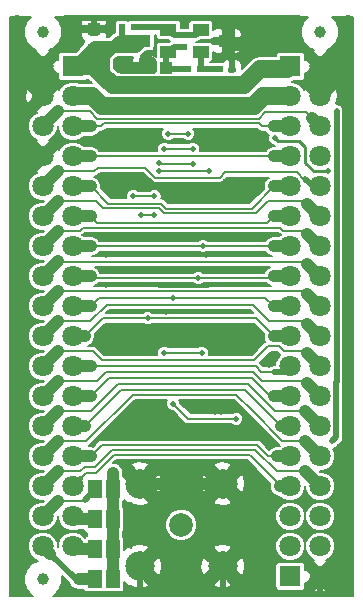
<source format=gbr>
G04 #@! TF.FileFunction,Copper,L2,Bot,Signal*
%FSLAX46Y46*%
G04 Gerber Fmt 4.6, Leading zero omitted, Abs format (unit mm)*
G04 Created by KiCad (PCBNEW 4.0.1-3.201512221401+6198~38~ubuntu15.10.1-stable) date Thu 31 Mar 2016 03:59:57 PM EEST*
%MOMM*%
G01*
G04 APERTURE LIST*
%ADD10C,0.100000*%
%ADD11R,1.750000X1.750000*%
%ADD12C,1.800000*%
%ADD13R,1.016000X1.016000*%
%ADD14R,0.500000X0.550000*%
%ADD15R,0.550000X0.500000*%
%ADD16R,1.400000X1.000000*%
%ADD17R,1.168400X1.600200*%
%ADD18C,2.500000*%
%ADD19C,2.000000*%
%ADD20R,1.778000X1.778000*%
%ADD21C,1.778000*%
%ADD22C,1.000000*%
%ADD23C,0.500000*%
%ADD24C,0.254000*%
%ADD25C,0.508000*%
%ADD26C,1.016000*%
%ADD27C,1.524000*%
%ADD28C,1.270000*%
%ADD29C,0.203200*%
G04 APERTURE END LIST*
D10*
D11*
X149225000Y-74676000D03*
D12*
X151765000Y-74676000D03*
X149225000Y-77216000D03*
X151765000Y-77216000D03*
X149225000Y-79756000D03*
X151765000Y-79756000D03*
X149225000Y-82296000D03*
X151765000Y-82296000D03*
X149225000Y-84836000D03*
X151765000Y-84836000D03*
X151765000Y-87376000D03*
X149225000Y-87376000D03*
X151765000Y-89916000D03*
X149225000Y-89916000D03*
X151765000Y-92456000D03*
X149225000Y-92456000D03*
X151765000Y-94996000D03*
X149225000Y-94996000D03*
X151765000Y-97536000D03*
X149225000Y-97536000D03*
X151765000Y-105156000D03*
X149225000Y-105156000D03*
X151765000Y-115316000D03*
X149225000Y-112776000D03*
X151765000Y-112776000D03*
X149225000Y-115316000D03*
X149225000Y-110236000D03*
X151765000Y-107696000D03*
X151765000Y-110236000D03*
X149225000Y-107696000D03*
X151765000Y-100076000D03*
X151765000Y-102616000D03*
X149225000Y-102616000D03*
X149225000Y-100076000D03*
D13*
X136906000Y-74803000D03*
X138684000Y-74803000D03*
D14*
X136017000Y-71374000D03*
X135001000Y-71374000D03*
D15*
X140208000Y-72009000D03*
X140208000Y-73025000D03*
D14*
X140589000Y-74930000D03*
X141605000Y-74930000D03*
X143256000Y-74930000D03*
X144272000Y-74930000D03*
D16*
X141648000Y-73467000D03*
X141648000Y-71567000D03*
X143848000Y-72517000D03*
D17*
X134239000Y-113030000D03*
X134239000Y-113030000D03*
X132715000Y-113030000D03*
X134239000Y-115570000D03*
X134239000Y-115570000D03*
X132715000Y-115570000D03*
X134239000Y-118110000D03*
X134239000Y-118110000D03*
X132715000Y-118110000D03*
X134239000Y-110490000D03*
X134239000Y-110490000D03*
X132715000Y-110490000D03*
D18*
X136500000Y-117000000D03*
X136500000Y-110000000D03*
X143500000Y-110000000D03*
D19*
X140000000Y-113500000D03*
D18*
X143500000Y-117000000D03*
D20*
X149225000Y-117856000D03*
D21*
X151765000Y-117856000D03*
D22*
X128270000Y-71755000D03*
X151765000Y-71755000D03*
X128270000Y-118110000D03*
D11*
X130810000Y-74676000D03*
D12*
X128270000Y-74676000D03*
X130810000Y-77216000D03*
X128270000Y-77216000D03*
X130810000Y-79756000D03*
X128270000Y-79756000D03*
X130810000Y-82296000D03*
X128270000Y-82296000D03*
X130810000Y-84836000D03*
X128270000Y-84836000D03*
X128270000Y-87376000D03*
X130810000Y-87376000D03*
X128270000Y-89916000D03*
X130810000Y-89916000D03*
X128270000Y-92456000D03*
X130810000Y-92456000D03*
X128270000Y-94996000D03*
X130810000Y-94996000D03*
X128270000Y-97536000D03*
X130810000Y-97536000D03*
X128270000Y-105156000D03*
X130810000Y-105156000D03*
X128270000Y-115316000D03*
X130810000Y-112776000D03*
X128270000Y-112776000D03*
X130810000Y-115316000D03*
X130810000Y-110236000D03*
X128270000Y-107696000D03*
X128270000Y-110236000D03*
X130810000Y-107696000D03*
X128270000Y-100076000D03*
X128270000Y-102616000D03*
X130810000Y-102616000D03*
X130810000Y-100076000D03*
D16*
X136692640Y-72514460D03*
X138902440Y-73469500D03*
X138902440Y-71567040D03*
D13*
X132588000Y-71501000D03*
X132588000Y-73279000D03*
D23*
X133604000Y-93146237D03*
X142240000Y-93146237D03*
X142554864Y-89165767D03*
X133605891Y-90620043D03*
X142113000Y-90631190D03*
X133604000Y-91821000D03*
X142113000Y-91821000D03*
X136017000Y-84328000D03*
X135254000Y-84327000D03*
X134620000Y-84328000D03*
X143764000Y-85344000D03*
X144272000Y-84836000D03*
X144780000Y-85344000D03*
X145288000Y-84836000D03*
X137672001Y-97785999D03*
X133477000Y-98806000D03*
X133477000Y-98171000D03*
X133477000Y-97536000D03*
X133477000Y-96774000D03*
X138684000Y-95457190D03*
X137922000Y-96774000D03*
X146939000Y-89154000D03*
X146177000Y-89154000D03*
X142875000Y-97282000D03*
X146050000Y-96774000D03*
X142875000Y-96774000D03*
X143383000Y-96774000D03*
X147447000Y-99949000D03*
X144018000Y-103759000D03*
X144653000Y-103759000D03*
X143383000Y-103966190D03*
X142875000Y-103966190D03*
X142875000Y-103124000D03*
X143383000Y-103124000D03*
X143891000Y-105537000D03*
X143383000Y-105537000D03*
X142875000Y-105537000D03*
X144145000Y-106045000D03*
X143256000Y-106045000D03*
X136114201Y-105537000D03*
X137160000Y-105537000D03*
X136652000Y-105537000D03*
X136779000Y-106045000D03*
X135890000Y-106045000D03*
D22*
X154130926Y-116840000D03*
X154130926Y-114300000D03*
X154130926Y-111760000D03*
X154130926Y-109220000D03*
X154130926Y-106680000D03*
X154130926Y-104140000D03*
X154130926Y-101600000D03*
X154130926Y-99060000D03*
X154130926Y-96520000D03*
X154130926Y-93980000D03*
X154130926Y-91440000D03*
X154130926Y-88900000D03*
X154130926Y-86360000D03*
X154130926Y-83820000D03*
X154130926Y-81280000D03*
X154130926Y-78740000D03*
X154130926Y-76200000D03*
X154108848Y-72784277D03*
X154130926Y-70815954D03*
X154130926Y-74663083D03*
D23*
X154051000Y-119126000D03*
X130045460Y-119382540D03*
X131445000Y-119382540D03*
X132715000Y-119382540D03*
X133985000Y-119382540D03*
X135255000Y-119382540D03*
X136525000Y-119382540D03*
X137795000Y-119382540D03*
X139065000Y-119382540D03*
X140335000Y-119382540D03*
X141605000Y-119382540D03*
X142875000Y-119382540D03*
X144145000Y-119382540D03*
X145415000Y-119382540D03*
X146685000Y-119382540D03*
X147955000Y-119382540D03*
X149225000Y-119382540D03*
X150495000Y-119382540D03*
X152958094Y-119382540D03*
X151765000Y-119382540D03*
D22*
X126111000Y-117348000D03*
X126111000Y-119126000D03*
X126111000Y-77216000D03*
X126111000Y-72771000D03*
X126111000Y-74759254D03*
X126111000Y-70866000D03*
D23*
X150796398Y-73406000D03*
X149994999Y-71755000D03*
X149994999Y-72604601D03*
X130040001Y-72907761D03*
X130040001Y-71755000D03*
X131073288Y-70611630D03*
X132080000Y-70609839D03*
X130112700Y-70609839D03*
X133350000Y-70609839D03*
X134620000Y-70609839D03*
X135890000Y-70609839D03*
X137160000Y-70609839D03*
X138430000Y-70609839D03*
X139700000Y-70609839D03*
X140970000Y-70609799D03*
X142713801Y-70609839D03*
X144272000Y-70609839D03*
X146050000Y-70609839D03*
X147320000Y-70609839D03*
X148590000Y-70609839D03*
X147574000Y-73660000D03*
X147066000Y-73660000D03*
X146558000Y-73660000D03*
X147574000Y-73152000D03*
X147066000Y-73152000D03*
X149965978Y-70609839D03*
X136655658Y-74039089D03*
X137160000Y-74041000D03*
X137668000Y-74295000D03*
X137668000Y-74803000D03*
X133858000Y-71374000D03*
X133858000Y-72009000D03*
D22*
X126111000Y-115316000D03*
X126111000Y-79756000D03*
X126111000Y-82296000D03*
X126111000Y-84836000D03*
X126111000Y-87376000D03*
X126111000Y-89916000D03*
X126111000Y-92456000D03*
X126111000Y-94996000D03*
X126111000Y-97536000D03*
X126111000Y-100076000D03*
X126111000Y-102616000D03*
X126111000Y-105156000D03*
X126111000Y-107696000D03*
X126111000Y-110236000D03*
X126111000Y-112776000D03*
D23*
X148082000Y-99314000D03*
X152781000Y-106426000D03*
X153135372Y-101388105D03*
X153162000Y-81026000D03*
X153162000Y-78486000D03*
X141838035Y-89905996D03*
X141427190Y-92591427D03*
X139319000Y-94280820D03*
X137160000Y-96012000D03*
X152400000Y-83566000D03*
X147955000Y-80772000D03*
X138124750Y-82824857D03*
X139846838Y-74935783D03*
X140993441Y-82972860D03*
X141732000Y-98933000D03*
X138557000Y-98933000D03*
X134239000Y-109093000D03*
X144653000Y-104521000D03*
X139319000Y-103251000D03*
X137718339Y-85676611D03*
X135947335Y-85676611D03*
X136608699Y-87249000D03*
X137718321Y-87249000D03*
X138124750Y-83528070D03*
X142367000Y-83528070D03*
X138557000Y-81661000D03*
X140970000Y-81661000D03*
X140573566Y-80371966D03*
X138909305Y-80378343D03*
D24*
X142240000Y-93146237D02*
X142240000Y-93218000D01*
X138125190Y-93294190D02*
X137980152Y-93149152D01*
X142240000Y-93218000D02*
X142163810Y-93294190D01*
X142163810Y-93294190D02*
X138125190Y-93294190D01*
X137980152Y-93149152D02*
X133606915Y-93149152D01*
X133606915Y-93149152D02*
X133604000Y-93146237D01*
X133604000Y-93146237D02*
X133604000Y-93091000D01*
D25*
X146177000Y-89154000D02*
X142566631Y-89154000D01*
X142566631Y-89154000D02*
X142554864Y-89165767D01*
D24*
X133617038Y-90631190D02*
X133605891Y-90620043D01*
X142113000Y-90631190D02*
X133617038Y-90631190D01*
D25*
X140462000Y-91821000D02*
X133604000Y-91821000D01*
X142113000Y-91821000D02*
X140462000Y-91821000D01*
X143256000Y-106045000D02*
X142902447Y-106045000D01*
X142902447Y-106045000D02*
X136779000Y-106045000D01*
X144272000Y-84836000D02*
X145288000Y-84836000D01*
X137160000Y-84328000D02*
X137668000Y-84836000D01*
X137668000Y-84836000D02*
X144272000Y-84836000D01*
X136017000Y-84328000D02*
X137160000Y-84328000D01*
D26*
X128270000Y-82296000D02*
X126111000Y-82296000D01*
D25*
X144272000Y-72524093D02*
X144272000Y-73152000D01*
X144272000Y-73152000D02*
X144272000Y-74930000D01*
X147066000Y-73152000D02*
X144272000Y-73152000D01*
X143848000Y-72517000D02*
X144267555Y-72517000D01*
X144267555Y-72517000D02*
X144267555Y-71886445D01*
X144267555Y-71886445D02*
X144272000Y-71882000D01*
X144272000Y-71882000D02*
X144272000Y-70609839D01*
X143848000Y-72517000D02*
X144272000Y-72093000D01*
X144272000Y-72093000D02*
X144272000Y-71882000D01*
X137922000Y-96774000D02*
X133477000Y-96774000D01*
X132080000Y-70609839D02*
X132588000Y-70609839D01*
X132588000Y-70609839D02*
X133350000Y-70609839D01*
X132588000Y-71501000D02*
X132588000Y-70609839D01*
X142875000Y-96774000D02*
X137922000Y-96774000D01*
D26*
X154130926Y-116840000D02*
X154130926Y-114300000D01*
X154130926Y-117769578D02*
X154130926Y-116840000D01*
X154130926Y-114300000D02*
X154130926Y-111760000D01*
X154130926Y-111760000D02*
X154130926Y-109220000D01*
X154130926Y-109220000D02*
X154130926Y-106680000D01*
X154130926Y-106680000D02*
X154130926Y-104140000D01*
X154130926Y-104140000D02*
X154130926Y-101600000D01*
X154130926Y-101600000D02*
X154130926Y-99060000D01*
X154130926Y-99060000D02*
X154130926Y-96520000D01*
X154130926Y-96520000D02*
X154130926Y-93980000D01*
X154130926Y-93980000D02*
X154130926Y-91440000D01*
X154130926Y-91440000D02*
X154130926Y-88900000D01*
X154130926Y-88900000D02*
X154130926Y-86360000D01*
X154130926Y-86360000D02*
X154130926Y-83820000D01*
X154130926Y-83820000D02*
X154130926Y-81280000D01*
X154130926Y-81280000D02*
X154130926Y-78740000D01*
X154130926Y-78740000D02*
X154130926Y-76200000D01*
X154130926Y-76200000D02*
X154130926Y-75370189D01*
X154051000Y-117856000D02*
X154125126Y-117930126D01*
X154125126Y-117930126D02*
X154125126Y-119051874D01*
X154125126Y-119051874D02*
X154051000Y-119126000D01*
X154051000Y-117856000D02*
X154051000Y-117849504D01*
X154051000Y-117849504D02*
X154130926Y-117769578D01*
X154130926Y-75370189D02*
X154130926Y-74663083D01*
X154130926Y-72806355D02*
X154108848Y-72784277D01*
X154130926Y-70815954D02*
X154130926Y-72762199D01*
X154130926Y-74663083D02*
X154130926Y-72806355D01*
X154130926Y-72762199D02*
X154108848Y-72784277D01*
X154130926Y-70815954D02*
X154130923Y-70815951D01*
X154118009Y-74676000D02*
X154130926Y-74663083D01*
X151765000Y-74676000D02*
X154118009Y-74676000D01*
D25*
X131445000Y-119382540D02*
X132715000Y-119382540D01*
X130045460Y-119382540D02*
X131445000Y-119382540D01*
X132715000Y-119382540D02*
X133985000Y-119382540D01*
X133985000Y-119382540D02*
X135255000Y-119382540D01*
X135255000Y-119382540D02*
X136525000Y-119382540D01*
X137795000Y-119382540D02*
X139065000Y-119382540D01*
X136525000Y-119382540D02*
X137795000Y-119382540D01*
X139065000Y-119382540D02*
X140335000Y-119382540D01*
X140335000Y-119382540D02*
X141605000Y-119382540D01*
X141605000Y-119382540D02*
X142875000Y-119382540D01*
X142875000Y-119382540D02*
X143510000Y-119382540D01*
X144145000Y-119382540D02*
X145415000Y-119382540D01*
X143510000Y-119382540D02*
X144145000Y-119382540D01*
X145415000Y-119382540D02*
X146685000Y-119382540D01*
X146685000Y-119382540D02*
X147955000Y-119382540D01*
X147955000Y-119382540D02*
X149225000Y-119382540D01*
X149225000Y-119382540D02*
X150495000Y-119382540D01*
X150495000Y-119382540D02*
X151765000Y-119382540D01*
X154051000Y-119126000D02*
X153794460Y-119382540D01*
X153794460Y-119382540D02*
X152958094Y-119382540D01*
X151765000Y-119382540D02*
X152958094Y-119382540D01*
X151765000Y-119382540D02*
X151765000Y-117856000D01*
D26*
X154051000Y-117856000D02*
X151765000Y-117856000D01*
D25*
X143500000Y-117000000D02*
X143498781Y-117000000D01*
X143498781Y-117000000D02*
X143510000Y-117011219D01*
X143510000Y-117011219D02*
X143510000Y-119382540D01*
X136500000Y-119357540D02*
X136525000Y-119382540D01*
X136500000Y-117000000D02*
X136500000Y-119357540D01*
D26*
X126111000Y-117348000D02*
X126111000Y-119126000D01*
X126111000Y-116806980D02*
X126111000Y-117348000D01*
X126111000Y-115316000D02*
X126111000Y-116806980D01*
X126111000Y-77216000D02*
X126111000Y-79756000D01*
X126111000Y-74759254D02*
X126111000Y-77216000D01*
X126111000Y-72771000D02*
X126111000Y-70866000D01*
X126111000Y-74759254D02*
X126111000Y-72771000D01*
X128270000Y-74676000D02*
X126194254Y-74676000D01*
X126194254Y-74676000D02*
X126111000Y-74759254D01*
D25*
X150796398Y-73406000D02*
X151770986Y-74380588D01*
X149994999Y-72604601D02*
X150796398Y-73406000D01*
X149994999Y-71755000D02*
X149994999Y-72604601D01*
X149994999Y-70638860D02*
X149994999Y-71755000D01*
X130040001Y-71755000D02*
X130040001Y-70682538D01*
X130040001Y-72907761D02*
X130040001Y-71755000D01*
X130112700Y-70609839D02*
X131071497Y-70609839D01*
X131071497Y-70609839D02*
X131073288Y-70611630D01*
X131075079Y-70609839D02*
X131073288Y-70611630D01*
X132080000Y-70609839D02*
X131075079Y-70609839D01*
X133350000Y-70609839D02*
X134620000Y-70609839D01*
X134620000Y-70609839D02*
X135890000Y-70609839D01*
X135890000Y-70609839D02*
X137160000Y-70609839D01*
X137160000Y-70609839D02*
X138430000Y-70609839D01*
X138430000Y-70609839D02*
X139700000Y-70609839D01*
X139700000Y-70609839D02*
X140582199Y-70609839D01*
X140970000Y-70609799D02*
X142713761Y-70609799D01*
X140582239Y-70609799D02*
X140970000Y-70609799D01*
X146050000Y-70609839D02*
X147320000Y-70609839D01*
X144272000Y-70609839D02*
X146050000Y-70609839D01*
X147320000Y-70609839D02*
X148590000Y-70609839D01*
X148590000Y-70609839D02*
X149965978Y-70609839D01*
X142713801Y-70609839D02*
X144272000Y-70609839D01*
X143848000Y-72517000D02*
X143850195Y-72514805D01*
X143850195Y-72514805D02*
X144262712Y-72514805D01*
X144262712Y-72514805D02*
X144272000Y-72524093D01*
X129032000Y-73914000D02*
X129033762Y-73914000D01*
X129033762Y-73914000D02*
X130040001Y-72907761D01*
X142713761Y-70609799D02*
X142713801Y-70609839D01*
X151770986Y-74670014D02*
X151765000Y-74676000D01*
X130040001Y-70682538D02*
X130112700Y-70609839D01*
X140582199Y-70609839D02*
X140582239Y-70609799D01*
X149965978Y-70609839D02*
X149994999Y-70638860D01*
X151770986Y-74380588D02*
X151770986Y-74670014D01*
X137668000Y-75057000D02*
X137160000Y-75057000D01*
X137160000Y-75057000D02*
X136906000Y-74803000D01*
X137668000Y-74803000D02*
X137668000Y-75057000D01*
X137160000Y-74041000D02*
X137414000Y-74041000D01*
X137414000Y-74041000D02*
X137668000Y-74295000D01*
X137160000Y-74041000D02*
X136657569Y-74041000D01*
X136657569Y-74041000D02*
X136655658Y-74039089D01*
X136652000Y-74549000D02*
X136652000Y-74042747D01*
X136652000Y-74042747D02*
X136655658Y-74039089D01*
X136906000Y-74803000D02*
X136652000Y-74549000D01*
X137160000Y-74549000D02*
X137160000Y-74041000D01*
X136906000Y-74803000D02*
X137160000Y-74549000D01*
X137668000Y-74295000D02*
X137668000Y-74803000D01*
X137414000Y-74295000D02*
X137668000Y-74295000D01*
X136906000Y-74803000D02*
X137414000Y-74295000D01*
X136906000Y-74803000D02*
X137668000Y-74803000D01*
D26*
X126111000Y-112776000D02*
X126111000Y-115316000D01*
X126111000Y-110236000D02*
X126111000Y-112776000D01*
X126111000Y-107696000D02*
X126111000Y-110236000D01*
X126111000Y-105156000D02*
X126111000Y-107696000D01*
X126111000Y-102616000D02*
X126111000Y-105156000D01*
X126111000Y-100076000D02*
X126111000Y-102616000D01*
X126111000Y-97536000D02*
X126111000Y-100076000D01*
X126111000Y-94996000D02*
X126111000Y-97536000D01*
X126111000Y-92456000D02*
X126111000Y-94996000D01*
X126111000Y-89916000D02*
X126111000Y-92456000D01*
X126111000Y-87376000D02*
X126111000Y-89916000D01*
X126111000Y-84836000D02*
X126111000Y-87376000D01*
X126111000Y-82296000D02*
X126111000Y-84836000D01*
X126111000Y-79756000D02*
X126111000Y-82296000D01*
X129032000Y-73914000D02*
X128270000Y-74676000D01*
X128270000Y-75946000D02*
X128270000Y-77216000D01*
X128270000Y-74676000D02*
X128270000Y-75946000D01*
X143500000Y-110000000D02*
X136500000Y-110000000D01*
D25*
X151765000Y-74295000D02*
X151765000Y-74676000D01*
D26*
X136906000Y-74803000D02*
X135001000Y-74803000D01*
X151765000Y-74676000D02*
X151765000Y-75946000D01*
X151765000Y-75946000D02*
X151765000Y-77216000D01*
D25*
X153135372Y-106071628D02*
X152781000Y-106426000D01*
X153135372Y-103875193D02*
X153135372Y-106071628D01*
D26*
X133477000Y-73914000D02*
X133477000Y-75565000D01*
X133477000Y-73025000D02*
X133477000Y-73914000D01*
X133477000Y-73914000D02*
X133477000Y-73787000D01*
X133477000Y-73787000D02*
X134239000Y-73025000D01*
D27*
X134188201Y-76276201D02*
X133477000Y-75565000D01*
X133477000Y-75565000D02*
X132588000Y-74676000D01*
D28*
X132588000Y-73279000D02*
X132588000Y-74676000D01*
D27*
X149225000Y-74676000D02*
X148971000Y-74930000D01*
X148971000Y-74930000D02*
X146668470Y-74930000D01*
X146668470Y-74930000D02*
X145322269Y-76276201D01*
X145322269Y-76276201D02*
X134188201Y-76276201D01*
X132588000Y-74676000D02*
X130810000Y-74676000D01*
D26*
X130810000Y-74676000D02*
X131064000Y-74676000D01*
X131064000Y-74676000D02*
X132715000Y-73025000D01*
X132715000Y-73025000D02*
X133477000Y-73025000D01*
X132588000Y-73279000D02*
X133223000Y-73279000D01*
X133223000Y-73279000D02*
X133477000Y-73025000D01*
D25*
X153135372Y-101388105D02*
X153135372Y-103875193D01*
X153162000Y-101361477D02*
X153135372Y-101388105D01*
X153162000Y-78486000D02*
X153162000Y-101361477D01*
D26*
X135001000Y-73025000D02*
X134584438Y-73025000D01*
X134239000Y-73025000D02*
X134264578Y-73025000D01*
X134264578Y-73025000D02*
X134686487Y-72603091D01*
X134686487Y-72603091D02*
X135020206Y-72603091D01*
X135001000Y-73025000D02*
X136182100Y-73025000D01*
X136182100Y-73025000D02*
X136692640Y-72514460D01*
D25*
X135001000Y-71374000D02*
X135001000Y-72583885D01*
X135001000Y-72583885D02*
X135020206Y-72603091D01*
D26*
X136692640Y-72514460D02*
X135108837Y-72514460D01*
X135108837Y-72514460D02*
X135020206Y-72603091D01*
X135020206Y-72603091D02*
X135020206Y-73005794D01*
X135020206Y-73005794D02*
X135001000Y-73025000D01*
X134239000Y-73025000D02*
X133477000Y-73025000D01*
X135001000Y-73025000D02*
X134239000Y-73025000D01*
X133477000Y-73025000D02*
X133314438Y-73025000D01*
D27*
X132467947Y-77216000D02*
X132082792Y-77216000D01*
X133255359Y-78003411D02*
X132467947Y-77216000D01*
X146122919Y-78003411D02*
X133255359Y-78003411D01*
X149225000Y-77216000D02*
X146910330Y-77216000D01*
X146910330Y-77216000D02*
X146122919Y-78003411D01*
X132082792Y-77216000D02*
X130810000Y-77216000D01*
D29*
X132334000Y-79756000D02*
X133186447Y-79756000D01*
X146569257Y-79494390D02*
X146830867Y-79756000D01*
X133186447Y-79756000D02*
X133448057Y-79494390D01*
X146830867Y-79756000D02*
X147828000Y-79756000D01*
X133448057Y-79494390D02*
X146569257Y-79494390D01*
X147623808Y-79745585D02*
X147623808Y-79756000D01*
D24*
X147828000Y-79756000D02*
X147623808Y-79756000D01*
D26*
X149225000Y-79756000D02*
X147828000Y-79756000D01*
X130810000Y-79756000D02*
X132334000Y-79756000D01*
D29*
X147802055Y-82270055D02*
X132359945Y-82270055D01*
X147828000Y-82296000D02*
X147802055Y-82270055D01*
X132359945Y-82270055D02*
X132334000Y-82296000D01*
D26*
X149225000Y-82296000D02*
X147828000Y-82296000D01*
X130810000Y-82296000D02*
X132334000Y-82296000D01*
X132334000Y-82296000D02*
X132080000Y-82296000D01*
D29*
X132334000Y-84836000D02*
X132365148Y-84836000D01*
X132365148Y-84836000D02*
X133816937Y-86287789D01*
X133816937Y-86287789D02*
X138297540Y-86287790D01*
X138297540Y-86287790D02*
X138725340Y-86715590D01*
X138725340Y-86715590D02*
X145948410Y-86715590D01*
X145948410Y-86715590D02*
X147828000Y-84836000D01*
D26*
X149225000Y-84836000D02*
X147828000Y-84836000D01*
X130810000Y-84836000D02*
X132334000Y-84836000D01*
D29*
X150495000Y-84201000D02*
X150429801Y-84266199D01*
X150429801Y-84266199D02*
X150429801Y-84257695D01*
X150429801Y-84257695D02*
X149803305Y-83631199D01*
X143237995Y-84082890D02*
X137777889Y-84082890D01*
X137777889Y-84082890D02*
X136937778Y-83242779D01*
X149803305Y-83631199D02*
X143689686Y-83631199D01*
X143689686Y-83631199D02*
X143237995Y-84082890D01*
X136937778Y-83242779D02*
X132911221Y-83242779D01*
X132911221Y-83242779D02*
X132588000Y-83566000D01*
X132588000Y-83566000D02*
X129540000Y-83566000D01*
D25*
X151765000Y-84836000D02*
X151130000Y-84836000D01*
X151130000Y-84836000D02*
X150495000Y-84201000D01*
D26*
X128270000Y-84836000D02*
X129540000Y-83566000D01*
D29*
X129540000Y-86106000D02*
X132772095Y-86106000D01*
X146304000Y-87122000D02*
X147320000Y-86106000D01*
X132772095Y-86106000D02*
X133360294Y-86694199D01*
X147320000Y-86106000D02*
X150368000Y-86106000D01*
X133360294Y-86694199D02*
X138129199Y-86694199D01*
X138129199Y-86694199D02*
X138557000Y-87122000D01*
X138557000Y-87122000D02*
X146304000Y-87122000D01*
D24*
X150622000Y-86360000D02*
X150368000Y-86106000D01*
D25*
X151765000Y-87376000D02*
X151638000Y-87376000D01*
D26*
X151638000Y-87376000D02*
X150622000Y-86360000D01*
X128270000Y-87376000D02*
X129540000Y-86106000D01*
D29*
X132881118Y-87923118D02*
X147280882Y-87923118D01*
X147280882Y-87923118D02*
X147828000Y-87376000D01*
X132334000Y-87376000D02*
X132881118Y-87923118D01*
D26*
X149225000Y-87376000D02*
X147828000Y-87376000D01*
X130810000Y-87376000D02*
X132334000Y-87376000D01*
D29*
X134108007Y-107157363D02*
X146258048Y-107157363D01*
X132680371Y-108585000D02*
X134108007Y-107157363D01*
X148066685Y-108966000D02*
X150495000Y-108966000D01*
X131826000Y-108585000D02*
X132680371Y-108585000D01*
X131445000Y-108966000D02*
X131826000Y-108585000D01*
X129540000Y-108966000D02*
X131445000Y-108966000D01*
X146258048Y-107157363D02*
X148066685Y-108966000D01*
D26*
X128270000Y-110236000D02*
X129540000Y-108966000D01*
X150495000Y-108966000D02*
X151765000Y-110236000D01*
D29*
X148082000Y-108966000D02*
X148082000Y-108966000D01*
X142191588Y-89905996D02*
X141838035Y-89905996D01*
X147817996Y-89905996D02*
X142191588Y-89905996D01*
X147828000Y-89916000D02*
X147817996Y-89905996D01*
X141484482Y-89905996D02*
X141838035Y-89905996D01*
X132344004Y-89905996D02*
X141484482Y-89905996D01*
X132334000Y-89916000D02*
X132344004Y-89905996D01*
D26*
X130810000Y-89916000D02*
X132334000Y-89916000D01*
X147828000Y-89916000D02*
X149225000Y-89916000D01*
D29*
X146050000Y-103886000D02*
X148556980Y-106426000D01*
X129540000Y-106426000D02*
X131953000Y-106426000D01*
X131953000Y-106426000D02*
X135909643Y-102469357D01*
X135909643Y-102469357D02*
X144633357Y-102469357D01*
X144633357Y-102469357D02*
X146050000Y-103886000D01*
X148556980Y-106426000D02*
X150495000Y-106426000D01*
D26*
X128270000Y-107696000D02*
X129540000Y-106426000D01*
X150495000Y-106426000D02*
X151765000Y-107696000D01*
D29*
X141780743Y-92591427D02*
X141427190Y-92591427D01*
X147692573Y-92591427D02*
X141780743Y-92591427D01*
X147828000Y-92456000D02*
X147692573Y-92591427D01*
X132469427Y-92591427D02*
X141073637Y-92591427D01*
X132334000Y-92456000D02*
X132469427Y-92591427D01*
X141073637Y-92591427D02*
X141427190Y-92591427D01*
D26*
X130810000Y-92456000D02*
X132334000Y-92456000D01*
X147828000Y-92456000D02*
X149225000Y-92456000D01*
D29*
X145610580Y-101600000D02*
X147896580Y-103886000D01*
X134647940Y-101600000D02*
X145610580Y-101600000D01*
X132361940Y-103886000D02*
X134647940Y-101600000D01*
X129540000Y-103886000D02*
X132361940Y-103886000D01*
X147896580Y-103886000D02*
X150495000Y-103886000D01*
D26*
X128270000Y-105156000D02*
X129540000Y-103886000D01*
X150495000Y-103886000D02*
X151765000Y-105156000D01*
D29*
X139672553Y-94280820D02*
X139319000Y-94280820D01*
X138965447Y-94280820D02*
X139319000Y-94280820D01*
X133049180Y-94280820D02*
X138965447Y-94280820D01*
X147828000Y-94996000D02*
X147112820Y-94280820D01*
X147112820Y-94280820D02*
X139672553Y-94280820D01*
X132334000Y-94996000D02*
X133049180Y-94280820D01*
D26*
X130810000Y-94996000D02*
X132334000Y-94996000D01*
X147828000Y-94996000D02*
X149225000Y-94996000D01*
D29*
X146089314Y-100584000D02*
X146851314Y-101346000D01*
X150495000Y-101346000D02*
X150622000Y-101473000D01*
X129540000Y-101346000D02*
X132822315Y-101346000D01*
X132822315Y-101346000D02*
X133584315Y-100584000D01*
X133584315Y-100584000D02*
X146089314Y-100584000D01*
X146851314Y-101346000D02*
X150495000Y-101346000D01*
D26*
X128270000Y-102616000D02*
X129540000Y-101346000D01*
X150622000Y-101473000D02*
X151765000Y-102616000D01*
D29*
X133350000Y-96012000D02*
X137160000Y-96012000D01*
X137160000Y-96012000D02*
X146304000Y-96012000D01*
X146304000Y-96012000D02*
X147828000Y-97536000D01*
X131826000Y-97536000D02*
X133350000Y-96012000D01*
D26*
X130810000Y-97536000D02*
X131826000Y-97536000D01*
X147828000Y-97536000D02*
X149225000Y-97536000D01*
D29*
X129540000Y-93726000D02*
X150368000Y-93726000D01*
X150368000Y-93726000D02*
X150622000Y-93980000D01*
D26*
X128270000Y-94996000D02*
X129540000Y-93726000D01*
X150622000Y-93980000D02*
X151638000Y-94996000D01*
X151765000Y-94996000D02*
X151638000Y-94996000D01*
D29*
X134919054Y-102062946D02*
X145369946Y-102062946D01*
X145369946Y-102062946D02*
X148463000Y-105156000D01*
X131826000Y-105156000D02*
X134919054Y-102062946D01*
D26*
X130810000Y-105156000D02*
X131826000Y-105156000D01*
X148463000Y-105156000D02*
X149225000Y-105156000D01*
D25*
X128920875Y-115966875D02*
X131056380Y-118102380D01*
X131056380Y-118102380D02*
X131086860Y-118102380D01*
X131086860Y-118102380D02*
X131094480Y-118110000D01*
X131094480Y-118110000D02*
X131305935Y-118110000D01*
D26*
X132207000Y-118110000D02*
X131305935Y-118110000D01*
X128270000Y-115316000D02*
X128920875Y-115966875D01*
X130810000Y-112776000D02*
X131064000Y-113030000D01*
X131064000Y-113030000D02*
X132715000Y-113030000D01*
D29*
X131826000Y-111379000D02*
X131699000Y-111506000D01*
D26*
X128270000Y-112776000D02*
X129540000Y-111506000D01*
D25*
X131826000Y-111379000D02*
X132715000Y-110490000D01*
D29*
X131699000Y-111506000D02*
X129540000Y-111506000D01*
D26*
X130810000Y-115316000D02*
X131064000Y-115570000D01*
X131064000Y-115570000D02*
X132715000Y-115570000D01*
D29*
X145739972Y-107563774D02*
X145872198Y-107696000D01*
X130810000Y-110236000D02*
X131953000Y-109093000D01*
X134276347Y-107563774D02*
X145739972Y-107563774D01*
X131953000Y-109093000D02*
X132747121Y-109093000D01*
X132747121Y-109093000D02*
X134276347Y-107563774D01*
X148336000Y-110159802D02*
X145872200Y-107696000D01*
X148336000Y-110236000D02*
X148336000Y-110159802D01*
X131572000Y-109474000D02*
X131572000Y-109474000D01*
D26*
X148336000Y-110236000D02*
X149225000Y-110236000D01*
D25*
X130810000Y-110236000D02*
X131445000Y-109601000D01*
D29*
X132334000Y-107696000D02*
X132337272Y-107696000D01*
X133285363Y-106747909D02*
X146423344Y-106747909D01*
X132337272Y-107696000D02*
X133285363Y-106747909D01*
X147371435Y-107696000D02*
X148082000Y-107696000D01*
X146423344Y-106747909D02*
X147371435Y-107696000D01*
D26*
X130810000Y-107696000D02*
X132334000Y-107696000D01*
X148082000Y-107696000D02*
X149225000Y-107696000D01*
D29*
X148285202Y-98374202D02*
X148717000Y-98806000D01*
X147370798Y-98374202D02*
X148285202Y-98374202D01*
X150495000Y-98806000D02*
X148717000Y-98806000D01*
X150622000Y-98933000D02*
X150495000Y-98806000D01*
D26*
X150622000Y-98933000D02*
X151765000Y-100076000D01*
D29*
X147370800Y-98374200D02*
X147363180Y-98374200D01*
X133306820Y-99568000D02*
X146169380Y-99568000D01*
X146169380Y-99568000D02*
X147363180Y-98374200D01*
X132544820Y-98806000D02*
X129540000Y-98806000D01*
X132544820Y-98806000D02*
X133306820Y-99568000D01*
D26*
X128270000Y-100076000D02*
X129540000Y-98806000D01*
D29*
X129540000Y-96266000D02*
X132280659Y-96266000D01*
X146037936Y-94864556D02*
X147439380Y-96266000D01*
X132280659Y-96266000D02*
X133682103Y-94864556D01*
X133682103Y-94864556D02*
X146037936Y-94864556D01*
X147439380Y-96266000D02*
X150368000Y-96266000D01*
X150368000Y-96266000D02*
X150622000Y-96520000D01*
D26*
X128270000Y-97536000D02*
X129540000Y-96266000D01*
X150622000Y-96520000D02*
X151638000Y-97536000D01*
X151765000Y-97536000D02*
X151638000Y-97536000D01*
D29*
X147546564Y-102616000D02*
X147828000Y-102616000D01*
X133858000Y-101092000D02*
X146022564Y-101092000D01*
X132334000Y-102616000D02*
X133858000Y-101092000D01*
X146022564Y-101092000D02*
X147546564Y-102616000D01*
D26*
X130810000Y-102616000D02*
X132334000Y-102616000D01*
X147828000Y-102616000D02*
X149225000Y-102616000D01*
D29*
X147891500Y-100520500D02*
X146749508Y-100520500D01*
X146749508Y-100520500D02*
X146305008Y-100076000D01*
X146305008Y-100076000D02*
X132334000Y-100076000D01*
D24*
X147955000Y-100584000D02*
X147891500Y-100520500D01*
D26*
X132334000Y-100076000D02*
X130810000Y-100076000D01*
D25*
X149225000Y-100076000D02*
X148717000Y-100584000D01*
X148717000Y-100584000D02*
X147955000Y-100584000D01*
X147955000Y-100584000D02*
X147828000Y-100584000D01*
D29*
X132831230Y-79087980D02*
X146547048Y-79087980D01*
X146547048Y-79087980D02*
X147083829Y-78551199D01*
X147083829Y-78551199D02*
X150560199Y-78551199D01*
X132229250Y-78486000D02*
X132831230Y-79087980D01*
X129540000Y-78486000D02*
X132229250Y-78486000D01*
X150560199Y-78551199D02*
X150950159Y-78941159D01*
X150950159Y-78941159D02*
X151036020Y-79027020D01*
D26*
X128778000Y-79248000D02*
X129540000Y-78486000D01*
X151765000Y-79756000D02*
X151036020Y-79027020D01*
X128270000Y-79756000D02*
X128778000Y-79248000D01*
D29*
X150622000Y-88900000D02*
X150302801Y-88580801D01*
X150302801Y-88580801D02*
X148650771Y-88580801D01*
X148650771Y-88580801D02*
X148648733Y-88582839D01*
X129605199Y-88580801D02*
X129540000Y-88646000D01*
X131388305Y-88580801D02*
X129605199Y-88580801D01*
X131639578Y-88329528D02*
X131388305Y-88580801D01*
X148395422Y-88329528D02*
X131639578Y-88329528D01*
X148648733Y-88582839D02*
X148395422Y-88329528D01*
D26*
X128270000Y-89916000D02*
X129540000Y-88646000D01*
X150622000Y-88900000D02*
X151638000Y-89916000D01*
X151765000Y-89916000D02*
X151638000Y-89916000D01*
D29*
X129568579Y-91214579D02*
X150396579Y-91214579D01*
X150396579Y-91214579D02*
X150622000Y-91440000D01*
X129540000Y-91186000D02*
X129568579Y-91214579D01*
D26*
X128270000Y-92456000D02*
X129540000Y-91186000D01*
X150622000Y-91440000D02*
X151638000Y-92456000D01*
X151765000Y-92456000D02*
X151638000Y-92456000D01*
D25*
X136017000Y-71374000D02*
X138707161Y-71374000D01*
X138707161Y-71374000D02*
X138793416Y-71460255D01*
X138793416Y-71460255D02*
X138795655Y-71460255D01*
X138795655Y-71460255D02*
X138902440Y-71567040D01*
X140208000Y-72009000D02*
X139344400Y-72009000D01*
X139344400Y-72009000D02*
X138902440Y-71567040D01*
X141648000Y-71567000D02*
X141206000Y-72009000D01*
X141206000Y-72009000D02*
X140208000Y-72009000D01*
D24*
X151214302Y-83566000D02*
X152400000Y-83566000D01*
X150495000Y-82804000D02*
X150495000Y-82846698D01*
X150495000Y-82846698D02*
X151214302Y-83566000D01*
X150495000Y-81915000D02*
X150495000Y-82804000D01*
X150495000Y-81534000D02*
X150495000Y-81915000D01*
X149987000Y-81026000D02*
X150495000Y-81534000D01*
X149225000Y-81026000D02*
X149987000Y-81026000D01*
X148209000Y-81026000D02*
X149225000Y-81026000D01*
X147955000Y-80772000D02*
X148209000Y-81026000D01*
D29*
X147955000Y-80772000D02*
X147960229Y-80772000D01*
X138272753Y-82972860D02*
X138124750Y-82824857D01*
X140993441Y-82972860D02*
X138272753Y-82972860D01*
D25*
X138684000Y-74803000D02*
X138806415Y-74925415D01*
X138806415Y-74925415D02*
X139836470Y-74925415D01*
X139836470Y-74925415D02*
X139846838Y-74935783D01*
D29*
X141732000Y-98933000D02*
X141378447Y-98933000D01*
X141378447Y-98933000D02*
X138557000Y-98933000D01*
D25*
X138684000Y-74803000D02*
X138684000Y-73687940D01*
X138684000Y-73687940D02*
X138902440Y-73469500D01*
X140589000Y-74930000D02*
X138811000Y-74930000D01*
X138811000Y-74930000D02*
X138684000Y-74803000D01*
X140208000Y-73025000D02*
X139346940Y-73025000D01*
X139346940Y-73025000D02*
X138902440Y-73469500D01*
D26*
X134239000Y-109093000D02*
X134239000Y-110490000D01*
X134239000Y-113030000D02*
X134239000Y-110490000D01*
X134239000Y-115570000D02*
X134239000Y-113030000D01*
X134239000Y-118110000D02*
X134239000Y-115570000D01*
D29*
X139319000Y-103251000D02*
X140589000Y-104521000D01*
X140589000Y-104521000D02*
X144653000Y-104521000D01*
D25*
X141648000Y-73467000D02*
X141648000Y-74887000D01*
X141648000Y-74887000D02*
X141605000Y-74930000D01*
X143256000Y-74930000D02*
X141605000Y-74930000D01*
D29*
X135947335Y-85676611D02*
X137718339Y-85676611D01*
X137718321Y-87249000D02*
X136608699Y-87249000D01*
X142367000Y-83528070D02*
X142013447Y-83528070D01*
X142013447Y-83528070D02*
X138124750Y-83528070D01*
X140970000Y-81661000D02*
X138557000Y-81661000D01*
X138909305Y-80378343D02*
X140567189Y-80378343D01*
X140567189Y-80378343D02*
X140573566Y-80371966D01*
G36*
X126899465Y-70837507D02*
X126652681Y-71431828D01*
X126652119Y-72075349D01*
X126897866Y-72670100D01*
X127352507Y-73125535D01*
X127735825Y-73284703D01*
X127660662Y-73430266D01*
X128270000Y-74039604D01*
X128879338Y-73430266D01*
X128804101Y-73284560D01*
X129185100Y-73127134D01*
X129640535Y-72672493D01*
X129887319Y-72078172D01*
X129887881Y-71434651D01*
X129642134Y-70839900D01*
X129285457Y-70482600D01*
X131728295Y-70482600D01*
X131563206Y-70647689D01*
X131470400Y-70871743D01*
X131470400Y-71094600D01*
X131622800Y-71247000D01*
X132334000Y-71247000D01*
X132334000Y-70993000D01*
X132842000Y-70993000D01*
X132842000Y-71247000D01*
X133553200Y-71247000D01*
X133705600Y-71094600D01*
X133705600Y-70871743D01*
X133612794Y-70647689D01*
X133447705Y-70482600D01*
X150749992Y-70482600D01*
X150394465Y-70837507D01*
X150147681Y-71431828D01*
X150147119Y-72075349D01*
X150392866Y-72670100D01*
X150847507Y-73125535D01*
X151230825Y-73284703D01*
X151155662Y-73430266D01*
X151765000Y-74039604D01*
X152374338Y-73430266D01*
X152299101Y-73284560D01*
X152680100Y-73127134D01*
X153135535Y-72672493D01*
X153382319Y-72078172D01*
X153382881Y-71434651D01*
X153137134Y-70839900D01*
X152780457Y-70482600D01*
X154517400Y-70482600D01*
X154517400Y-119517400D01*
X129099750Y-119517400D01*
X129185100Y-119482134D01*
X129640535Y-119027493D01*
X129887319Y-118433172D01*
X129887875Y-117795979D01*
X130502037Y-118410141D01*
X130508073Y-118440485D01*
X130695278Y-118720657D01*
X130975450Y-118907862D01*
X131305935Y-118973600D01*
X131780183Y-118973600D01*
X131793030Y-119041877D01*
X131870910Y-119162907D01*
X131989742Y-119244101D01*
X132130800Y-119272666D01*
X133299200Y-119272666D01*
X133430977Y-119247870D01*
X133476441Y-119218615D01*
X133513742Y-119244101D01*
X133654800Y-119272666D01*
X134823200Y-119272666D01*
X134954977Y-119247870D01*
X135076007Y-119169990D01*
X135157201Y-119051158D01*
X135185766Y-118910100D01*
X135185766Y-118364344D01*
X135537883Y-118716461D01*
X135703346Y-118550998D01*
X135862081Y-118785496D01*
X136593919Y-118893704D01*
X137137919Y-118785496D01*
X137296655Y-118550997D01*
X142703345Y-118550997D01*
X142862081Y-118785496D01*
X143593919Y-118893704D01*
X144137919Y-118785496D01*
X144296655Y-118550997D01*
X143500000Y-117754342D01*
X142703345Y-118550997D01*
X137296655Y-118550997D01*
X136500000Y-117754342D01*
X136485858Y-117768484D01*
X135731516Y-117014142D01*
X135745658Y-117000000D01*
X137254342Y-117000000D01*
X138050997Y-117796655D01*
X138285496Y-117637919D01*
X138365930Y-117093919D01*
X141606296Y-117093919D01*
X141714504Y-117637919D01*
X141949003Y-117796655D01*
X142745658Y-117000000D01*
X144254342Y-117000000D01*
X145050997Y-117796655D01*
X145285496Y-117637919D01*
X145384696Y-116967000D01*
X147973434Y-116967000D01*
X147973434Y-118745000D01*
X147998230Y-118876777D01*
X148076110Y-118997807D01*
X148194942Y-119079001D01*
X148336000Y-119107566D01*
X150114000Y-119107566D01*
X150203139Y-119090793D01*
X151158825Y-119090793D01*
X151265339Y-119299952D01*
X151855950Y-119381250D01*
X152264661Y-119299952D01*
X152371175Y-119090793D01*
X151765000Y-118484618D01*
X151158825Y-119090793D01*
X150203139Y-119090793D01*
X150245777Y-119082770D01*
X150366807Y-119004890D01*
X150448001Y-118886058D01*
X150476566Y-118745000D01*
X150476566Y-118434858D01*
X150530207Y-118462175D01*
X151136382Y-117856000D01*
X152393618Y-117856000D01*
X152999793Y-118462175D01*
X153208952Y-118355661D01*
X153290250Y-117765050D01*
X153208952Y-117356339D01*
X152999793Y-117249825D01*
X152393618Y-117856000D01*
X151136382Y-117856000D01*
X150530207Y-117249825D01*
X150476566Y-117277142D01*
X150476566Y-116967000D01*
X150451770Y-116835223D01*
X150373890Y-116714193D01*
X150255058Y-116632999D01*
X150114000Y-116604434D01*
X148336000Y-116604434D01*
X148204223Y-116629230D01*
X148083193Y-116707110D01*
X148001999Y-116825942D01*
X147973434Y-116967000D01*
X145384696Y-116967000D01*
X145393704Y-116906081D01*
X145285496Y-116362081D01*
X145050997Y-116203345D01*
X144254342Y-117000000D01*
X142745658Y-117000000D01*
X141949003Y-116203345D01*
X141714504Y-116362081D01*
X141606296Y-117093919D01*
X138365930Y-117093919D01*
X138393704Y-116906081D01*
X138285496Y-116362081D01*
X138050997Y-116203345D01*
X137254342Y-117000000D01*
X135745658Y-117000000D01*
X135731516Y-116985858D01*
X136485858Y-116231516D01*
X136500000Y-116245658D01*
X137296655Y-115449003D01*
X142703345Y-115449003D01*
X143500000Y-116245658D01*
X144180999Y-115564659D01*
X147969182Y-115564659D01*
X148159933Y-116026311D01*
X148512831Y-116379825D01*
X148974150Y-116571382D01*
X149473659Y-116571818D01*
X149935311Y-116381067D01*
X150288825Y-116028169D01*
X150480382Y-115566850D01*
X150480383Y-115564659D01*
X150509182Y-115564659D01*
X150699933Y-116026311D01*
X151052831Y-116379825D01*
X151241791Y-116458288D01*
X151158825Y-116621207D01*
X151765000Y-117227382D01*
X152371175Y-116621207D01*
X152288246Y-116458361D01*
X152475311Y-116381067D01*
X152828825Y-116028169D01*
X153020382Y-115566850D01*
X153020818Y-115067341D01*
X152830067Y-114605689D01*
X152477169Y-114252175D01*
X152015850Y-114060618D01*
X151516341Y-114060182D01*
X151054689Y-114250933D01*
X150701175Y-114603831D01*
X150509618Y-115065150D01*
X150509182Y-115564659D01*
X150480383Y-115564659D01*
X150480818Y-115067341D01*
X150290067Y-114605689D01*
X149937169Y-114252175D01*
X149475850Y-114060618D01*
X148976341Y-114060182D01*
X148514689Y-114250933D01*
X148161175Y-114603831D01*
X147969618Y-115065150D01*
X147969182Y-115564659D01*
X144180999Y-115564659D01*
X144296655Y-115449003D01*
X144137919Y-115214504D01*
X143406081Y-115106296D01*
X142862081Y-115214504D01*
X142703345Y-115449003D01*
X137296655Y-115449003D01*
X137137919Y-115214504D01*
X136406081Y-115106296D01*
X135862081Y-115214504D01*
X135703346Y-115449002D01*
X135537883Y-115283539D01*
X135185766Y-115635656D01*
X135185766Y-114769900D01*
X135160970Y-114638123D01*
X135102600Y-114547413D01*
X135102600Y-114051070D01*
X135157201Y-113971158D01*
X135185766Y-113830100D01*
X135185766Y-113768463D01*
X138644165Y-113768463D01*
X138850108Y-114266883D01*
X139231112Y-114648552D01*
X139729171Y-114855364D01*
X140268463Y-114855835D01*
X140766883Y-114649892D01*
X141148552Y-114268888D01*
X141355364Y-113770829D01*
X141355835Y-113231537D01*
X141270355Y-113024659D01*
X147969182Y-113024659D01*
X148159933Y-113486311D01*
X148512831Y-113839825D01*
X148974150Y-114031382D01*
X149473659Y-114031818D01*
X149935311Y-113841067D01*
X150288825Y-113488169D01*
X150480382Y-113026850D01*
X150480383Y-113024659D01*
X150509182Y-113024659D01*
X150699933Y-113486311D01*
X151052831Y-113839825D01*
X151514150Y-114031382D01*
X152013659Y-114031818D01*
X152475311Y-113841067D01*
X152828825Y-113488169D01*
X153020382Y-113026850D01*
X153020818Y-112527341D01*
X152830067Y-112065689D01*
X152477169Y-111712175D01*
X152015850Y-111520618D01*
X151516341Y-111520182D01*
X151054689Y-111710933D01*
X150701175Y-112063831D01*
X150509618Y-112525150D01*
X150509182Y-113024659D01*
X150480383Y-113024659D01*
X150480818Y-112527341D01*
X150290067Y-112065689D01*
X149937169Y-111712175D01*
X149475850Y-111520618D01*
X148976341Y-111520182D01*
X148514689Y-111710933D01*
X148161175Y-112063831D01*
X147969618Y-112525150D01*
X147969182Y-113024659D01*
X141270355Y-113024659D01*
X141149892Y-112733117D01*
X140768888Y-112351448D01*
X140270829Y-112144636D01*
X139731537Y-112144165D01*
X139233117Y-112350108D01*
X138851448Y-112731112D01*
X138644636Y-113229171D01*
X138644165Y-113768463D01*
X135185766Y-113768463D01*
X135185766Y-112229900D01*
X135160970Y-112098123D01*
X135102600Y-112007413D01*
X135102600Y-111511070D01*
X135157201Y-111431158D01*
X135173263Y-111351841D01*
X135537883Y-111716461D01*
X135703346Y-111550998D01*
X135862081Y-111785496D01*
X136593919Y-111893704D01*
X137137919Y-111785496D01*
X137296655Y-111550997D01*
X142703345Y-111550997D01*
X142862081Y-111785496D01*
X143593919Y-111893704D01*
X144137919Y-111785496D01*
X144296655Y-111550997D01*
X143500000Y-110754342D01*
X142703345Y-111550997D01*
X137296655Y-111550997D01*
X136500000Y-110754342D01*
X136485858Y-110768484D01*
X135731516Y-110014142D01*
X135745658Y-110000000D01*
X137254342Y-110000000D01*
X138050997Y-110796655D01*
X138285496Y-110637919D01*
X138365930Y-110093919D01*
X141606296Y-110093919D01*
X141714504Y-110637919D01*
X141949003Y-110796655D01*
X142745658Y-110000000D01*
X144254342Y-110000000D01*
X145050997Y-110796655D01*
X145285496Y-110637919D01*
X145393704Y-109906081D01*
X145285496Y-109362081D01*
X145050997Y-109203345D01*
X144254342Y-110000000D01*
X142745658Y-110000000D01*
X141949003Y-109203345D01*
X141714504Y-109362081D01*
X141606296Y-110093919D01*
X138365930Y-110093919D01*
X138393704Y-109906081D01*
X138285496Y-109362081D01*
X138050997Y-109203345D01*
X137254342Y-110000000D01*
X135745658Y-110000000D01*
X135102600Y-109356942D01*
X135102600Y-109093000D01*
X135036862Y-108762515D01*
X134849657Y-108482343D01*
X134799761Y-108449003D01*
X135703345Y-108449003D01*
X136500000Y-109245658D01*
X137296655Y-108449003D01*
X142703345Y-108449003D01*
X143500000Y-109245658D01*
X144296655Y-108449003D01*
X144137919Y-108214504D01*
X143406081Y-108106296D01*
X142862081Y-108214504D01*
X142703345Y-108449003D01*
X137296655Y-108449003D01*
X137137919Y-108214504D01*
X136406081Y-108106296D01*
X135862081Y-108214504D01*
X135703345Y-108449003D01*
X134799761Y-108449003D01*
X134569485Y-108295138D01*
X134254263Y-108232436D01*
X134465725Y-108020974D01*
X145550596Y-108020974D01*
X147521049Y-109991428D01*
X147472400Y-110236000D01*
X147538138Y-110566485D01*
X147725343Y-110846657D01*
X148005515Y-111033862D01*
X148307245Y-111093880D01*
X148512831Y-111299825D01*
X148974150Y-111491382D01*
X149473659Y-111491818D01*
X149935311Y-111301067D01*
X150288825Y-110948169D01*
X150480382Y-110486850D01*
X150480656Y-110172970D01*
X150509429Y-110201743D01*
X150509182Y-110484659D01*
X150699933Y-110946311D01*
X151052831Y-111299825D01*
X151514150Y-111491382D01*
X152013659Y-111491818D01*
X152475311Y-111301067D01*
X152828825Y-110948169D01*
X153020382Y-110486850D01*
X153020818Y-109987341D01*
X152830067Y-109525689D01*
X152477169Y-109172175D01*
X152015850Y-108980618D01*
X151730684Y-108980369D01*
X151701860Y-108951546D01*
X152013659Y-108951818D01*
X152475311Y-108761067D01*
X152828825Y-108408169D01*
X153020382Y-107946850D01*
X153020818Y-107447341D01*
X152849061Y-107031659D01*
X152900933Y-107031704D01*
X152994084Y-106993215D01*
X153014284Y-106989197D01*
X153031259Y-106977855D01*
X153123596Y-106939702D01*
X153194930Y-106868492D01*
X153212052Y-106857052D01*
X153566425Y-106502680D01*
X153697797Y-106306067D01*
X153698569Y-106304912D01*
X153744972Y-106071628D01*
X153744972Y-101495345D01*
X153771600Y-101361477D01*
X153771600Y-78486000D01*
X153767617Y-78465976D01*
X153767704Y-78366067D01*
X153729215Y-78272916D01*
X153725197Y-78252716D01*
X153713855Y-78235741D01*
X153675702Y-78143404D01*
X153604492Y-78072070D01*
X153593052Y-78054948D01*
X153576080Y-78043608D01*
X153505493Y-77972897D01*
X153412408Y-77934245D01*
X153395284Y-77922803D01*
X153375261Y-77918820D01*
X153282990Y-77880506D01*
X153183763Y-77880419D01*
X153088517Y-77785173D01*
X153220315Y-77717118D01*
X153301305Y-77122048D01*
X153220315Y-76714882D01*
X153010734Y-76606662D01*
X152401396Y-77216000D01*
X152474511Y-77289115D01*
X151838115Y-77925511D01*
X151765000Y-77852396D01*
X151691885Y-77925511D01*
X151055489Y-77289115D01*
X151128604Y-77216000D01*
X150519266Y-76606662D01*
X150364754Y-76686446D01*
X150290067Y-76505689D01*
X149937169Y-76152175D01*
X149475850Y-75960618D01*
X149401642Y-75960553D01*
X149459739Y-75921734D01*
X151155662Y-75921734D01*
X151168192Y-75946000D01*
X151155662Y-75970266D01*
X151207478Y-76022082D01*
X151263882Y-76131315D01*
X151325034Y-76139638D01*
X151765000Y-76579604D01*
X152200171Y-76144433D01*
X152266118Y-76131315D01*
X152322522Y-76022082D01*
X152374338Y-75970266D01*
X152361808Y-75946000D01*
X152374338Y-75921734D01*
X152322522Y-75869918D01*
X152266118Y-75760685D01*
X152204966Y-75752362D01*
X151765000Y-75312396D01*
X151329829Y-75747567D01*
X151263882Y-75760685D01*
X151207478Y-75869918D01*
X151155662Y-75921734D01*
X149459739Y-75921734D01*
X149471964Y-75913566D01*
X150100000Y-75913566D01*
X150231777Y-75888770D01*
X150352807Y-75810890D01*
X150434001Y-75692058D01*
X150462566Y-75551000D01*
X150462566Y-75256060D01*
X150519266Y-75285338D01*
X151128604Y-74676000D01*
X152401396Y-74676000D01*
X153010734Y-75285338D01*
X153220315Y-75177118D01*
X153301305Y-74582048D01*
X153220315Y-74174882D01*
X153010734Y-74066662D01*
X152401396Y-74676000D01*
X151128604Y-74676000D01*
X150519266Y-74066662D01*
X150462566Y-74095940D01*
X150462566Y-73801000D01*
X150437770Y-73669223D01*
X150359890Y-73548193D01*
X150241058Y-73466999D01*
X150100000Y-73438434D01*
X148350000Y-73438434D01*
X148218223Y-73463230D01*
X148097193Y-73541110D01*
X148015999Y-73659942D01*
X147987434Y-73801000D01*
X147987434Y-73812400D01*
X146668475Y-73812400D01*
X146668470Y-73812399D01*
X146240783Y-73897472D01*
X145878207Y-74139737D01*
X145878205Y-74139740D01*
X145131600Y-74886344D01*
X145131600Y-74396598D01*
X145074793Y-74396598D01*
X145038794Y-74309689D01*
X144867311Y-74138206D01*
X144643257Y-74045400D01*
X144549400Y-74045400D01*
X144397000Y-74197800D01*
X144397000Y-74792500D01*
X144522000Y-74792500D01*
X144522000Y-75067500D01*
X144397000Y-75067500D01*
X144397000Y-75158601D01*
X144147000Y-75158601D01*
X144147000Y-75067500D01*
X144022000Y-75067500D01*
X144022000Y-74792500D01*
X144147000Y-74792500D01*
X144147000Y-74197800D01*
X143994600Y-74045400D01*
X143900743Y-74045400D01*
X143676689Y-74138206D01*
X143519689Y-74295206D01*
X143506000Y-74292434D01*
X143006000Y-74292434D01*
X142874223Y-74317230D01*
X142869297Y-74320400D01*
X142396712Y-74320400D01*
X142479777Y-74304770D01*
X142600807Y-74226890D01*
X142682001Y-74108058D01*
X142710566Y-73967000D01*
X142710566Y-73441671D01*
X142802689Y-73533794D01*
X143026743Y-73626600D01*
X143345600Y-73626600D01*
X143498000Y-73474200D01*
X143498000Y-72767000D01*
X144198000Y-72767000D01*
X144198000Y-73474200D01*
X144350400Y-73626600D01*
X144669257Y-73626600D01*
X144893311Y-73533794D01*
X145064794Y-73362311D01*
X145157600Y-73138257D01*
X145157600Y-72919400D01*
X145005200Y-72767000D01*
X144198000Y-72767000D01*
X143498000Y-72767000D01*
X142690800Y-72767000D01*
X142661028Y-72796772D01*
X142607890Y-72714193D01*
X142489058Y-72632999D01*
X142348000Y-72604434D01*
X141277217Y-72604434D01*
X141439284Y-72572197D01*
X141637052Y-72440052D01*
X141647538Y-72429566D01*
X142348000Y-72429566D01*
X142479777Y-72404770D01*
X142600807Y-72326890D01*
X142661647Y-72237847D01*
X142690800Y-72267000D01*
X143498000Y-72267000D01*
X143498000Y-71559800D01*
X144198000Y-71559800D01*
X144198000Y-72267000D01*
X145005200Y-72267000D01*
X145157600Y-72114600D01*
X145157600Y-71895743D01*
X145064794Y-71671689D01*
X144893311Y-71500206D01*
X144669257Y-71407400D01*
X144350400Y-71407400D01*
X144198000Y-71559800D01*
X143498000Y-71559800D01*
X143345600Y-71407400D01*
X143026743Y-71407400D01*
X142802689Y-71500206D01*
X142710566Y-71592329D01*
X142710566Y-71067000D01*
X142685770Y-70935223D01*
X142607890Y-70814193D01*
X142489058Y-70732999D01*
X142348000Y-70704434D01*
X140948000Y-70704434D01*
X140816223Y-70729230D01*
X140695193Y-70807110D01*
X140613999Y-70925942D01*
X140585434Y-71067000D01*
X140585434Y-71399400D01*
X140497647Y-71399400D01*
X140483000Y-71396434D01*
X139965006Y-71396434D01*
X139965006Y-71067040D01*
X139940210Y-70935263D01*
X139862330Y-70814233D01*
X139743498Y-70733039D01*
X139602440Y-70704474D01*
X138202440Y-70704474D01*
X138070663Y-70729270D01*
X138016069Y-70764400D01*
X136405100Y-70764400D01*
X136267000Y-70736434D01*
X135767000Y-70736434D01*
X135635223Y-70761230D01*
X135514193Y-70839110D01*
X135509842Y-70845477D01*
X135392058Y-70764999D01*
X135251000Y-70736434D01*
X134751000Y-70736434D01*
X134619223Y-70761230D01*
X134498193Y-70839110D01*
X134416999Y-70957942D01*
X134388434Y-71099000D01*
X134388434Y-71649000D01*
X134391400Y-71664763D01*
X134391400Y-71798188D01*
X134356001Y-71805229D01*
X134075829Y-71992434D01*
X133906863Y-72161400D01*
X133692700Y-72161400D01*
X133705600Y-72130257D01*
X133705600Y-71907400D01*
X133553200Y-71755000D01*
X132842000Y-71755000D01*
X132842000Y-72009000D01*
X132334000Y-72009000D01*
X132334000Y-71755000D01*
X131622800Y-71755000D01*
X131470400Y-71907400D01*
X131470400Y-72130257D01*
X131563206Y-72354311D01*
X131734689Y-72525794D01*
X131798968Y-72552419D01*
X131745999Y-72629942D01*
X131717434Y-72771000D01*
X131717434Y-72801251D01*
X131080252Y-73438434D01*
X129935000Y-73438434D01*
X129803223Y-73463230D01*
X129682193Y-73541110D01*
X129600999Y-73659942D01*
X129572434Y-73801000D01*
X129572434Y-74095940D01*
X129515734Y-74066662D01*
X128906396Y-74676000D01*
X129515734Y-75285338D01*
X129572434Y-75256060D01*
X129572434Y-75551000D01*
X129597230Y-75682777D01*
X129675110Y-75803807D01*
X129793942Y-75885001D01*
X129935000Y-75913566D01*
X131685000Y-75913566D01*
X131816777Y-75888770D01*
X131937807Y-75810890D01*
X131949621Y-75793600D01*
X132125074Y-75793600D01*
X132429875Y-76098400D01*
X131392665Y-76098400D01*
X131060850Y-75960618D01*
X130561341Y-75960182D01*
X130099689Y-76150933D01*
X129746175Y-76503831D01*
X129670329Y-76686489D01*
X129515734Y-76606662D01*
X128906396Y-77216000D01*
X128979511Y-77289115D01*
X128343115Y-77925511D01*
X128270000Y-77852396D01*
X127660662Y-78461734D01*
X127740446Y-78616246D01*
X127559689Y-78690933D01*
X127206175Y-79043831D01*
X127014618Y-79505150D01*
X127014182Y-80004659D01*
X127204933Y-80466311D01*
X127557831Y-80819825D01*
X127740489Y-80895671D01*
X127660662Y-81050266D01*
X128270000Y-81659604D01*
X128879338Y-81050266D01*
X128799554Y-80895754D01*
X128980311Y-80821067D01*
X129333825Y-80468169D01*
X129525382Y-80006850D01*
X129525631Y-79721683D01*
X129554454Y-79692860D01*
X129554182Y-80004659D01*
X129744933Y-80466311D01*
X130097831Y-80819825D01*
X130559150Y-81011382D01*
X131058659Y-81011818D01*
X131520311Y-80821067D01*
X131722130Y-80619600D01*
X132334000Y-80619600D01*
X132664485Y-80553862D01*
X132944657Y-80366657D01*
X133047194Y-80213200D01*
X133186447Y-80213200D01*
X133361410Y-80178398D01*
X133509736Y-80079289D01*
X133637435Y-79951590D01*
X138479608Y-79951590D01*
X138396202Y-80034850D01*
X138303811Y-80257353D01*
X138303601Y-80498276D01*
X138395603Y-80720939D01*
X138565812Y-80891446D01*
X138788315Y-80983837D01*
X139029238Y-80984047D01*
X139251901Y-80892045D01*
X139308502Y-80835543D01*
X140180634Y-80835543D01*
X140230073Y-80885069D01*
X140452576Y-80977460D01*
X140693499Y-80977670D01*
X140916162Y-80885668D01*
X141086669Y-80715459D01*
X141179060Y-80492956D01*
X141179270Y-80252033D01*
X141087268Y-80029370D01*
X141009624Y-79951590D01*
X146379878Y-79951590D01*
X146507577Y-80079289D01*
X146637792Y-80166296D01*
X146655904Y-80178398D01*
X146830867Y-80213200D01*
X147114806Y-80213200D01*
X147217343Y-80366657D01*
X147413230Y-80497545D01*
X147349506Y-80651010D01*
X147349296Y-80891933D01*
X147441298Y-81114596D01*
X147611507Y-81285103D01*
X147834010Y-81377494D01*
X147883145Y-81377537D01*
X147965255Y-81432400D01*
X147828000Y-81432400D01*
X147497515Y-81498138D01*
X147217343Y-81685343D01*
X147132142Y-81812855D01*
X141562678Y-81812855D01*
X141575494Y-81781990D01*
X141575704Y-81541067D01*
X141483702Y-81318404D01*
X141313493Y-81147897D01*
X141090990Y-81055506D01*
X140850067Y-81055296D01*
X140627404Y-81147298D01*
X140570803Y-81203800D01*
X138956298Y-81203800D01*
X138900493Y-81147897D01*
X138677990Y-81055506D01*
X138437067Y-81055296D01*
X138214404Y-81147298D01*
X138043897Y-81317507D01*
X137951506Y-81540010D01*
X137951296Y-81780933D01*
X137964486Y-81812855D01*
X133029858Y-81812855D01*
X132944657Y-81685343D01*
X132664485Y-81498138D01*
X132334000Y-81432400D01*
X131722045Y-81432400D01*
X131522169Y-81232175D01*
X131060850Y-81040618D01*
X130561341Y-81040182D01*
X130099689Y-81230933D01*
X129746175Y-81583831D01*
X129670329Y-81766489D01*
X129515734Y-81686662D01*
X128906396Y-82296000D01*
X128979511Y-82369115D01*
X128343115Y-83005511D01*
X128270000Y-82932396D01*
X127660662Y-83541734D01*
X127740446Y-83696246D01*
X127559689Y-83770933D01*
X127206175Y-84123831D01*
X127014618Y-84585150D01*
X127014182Y-85084659D01*
X127204933Y-85546311D01*
X127557831Y-85899825D01*
X128019150Y-86091382D01*
X128333029Y-86091656D01*
X128304257Y-86120429D01*
X128021341Y-86120182D01*
X127559689Y-86310933D01*
X127206175Y-86663831D01*
X127014618Y-87125150D01*
X127014182Y-87624659D01*
X127204933Y-88086311D01*
X127557831Y-88439825D01*
X128019150Y-88631382D01*
X128333029Y-88631656D01*
X128304257Y-88660429D01*
X128021341Y-88660182D01*
X127559689Y-88850933D01*
X127206175Y-89203831D01*
X127014618Y-89665150D01*
X127014182Y-90164659D01*
X127204933Y-90626311D01*
X127557831Y-90979825D01*
X128019150Y-91171382D01*
X128333029Y-91171656D01*
X128304257Y-91200429D01*
X128021341Y-91200182D01*
X127559689Y-91390933D01*
X127206175Y-91743831D01*
X127014618Y-92205150D01*
X127014182Y-92704659D01*
X127204933Y-93166311D01*
X127557831Y-93519825D01*
X128019150Y-93711382D01*
X128333029Y-93711656D01*
X128304257Y-93740429D01*
X128021341Y-93740182D01*
X127559689Y-93930933D01*
X127206175Y-94283831D01*
X127014618Y-94745150D01*
X127014182Y-95244659D01*
X127204933Y-95706311D01*
X127557831Y-96059825D01*
X128019150Y-96251382D01*
X128333029Y-96251656D01*
X128304257Y-96280429D01*
X128021341Y-96280182D01*
X127559689Y-96470933D01*
X127206175Y-96823831D01*
X127014618Y-97285150D01*
X127014182Y-97784659D01*
X127204933Y-98246311D01*
X127557831Y-98599825D01*
X128019150Y-98791382D01*
X128333029Y-98791656D01*
X128304257Y-98820429D01*
X128021341Y-98820182D01*
X127559689Y-99010933D01*
X127206175Y-99363831D01*
X127014618Y-99825150D01*
X127014182Y-100324659D01*
X127204933Y-100786311D01*
X127557831Y-101139825D01*
X128019150Y-101331382D01*
X128333029Y-101331656D01*
X128304257Y-101360429D01*
X128021341Y-101360182D01*
X127559689Y-101550933D01*
X127206175Y-101903831D01*
X127014618Y-102365150D01*
X127014182Y-102864659D01*
X127204933Y-103326311D01*
X127557831Y-103679825D01*
X128019150Y-103871382D01*
X128333029Y-103871656D01*
X128304257Y-103900429D01*
X128021341Y-103900182D01*
X127559689Y-104090933D01*
X127206175Y-104443831D01*
X127014618Y-104905150D01*
X127014182Y-105404659D01*
X127204933Y-105866311D01*
X127557831Y-106219825D01*
X128019150Y-106411382D01*
X128333029Y-106411656D01*
X128304257Y-106440429D01*
X128021341Y-106440182D01*
X127559689Y-106630933D01*
X127206175Y-106983831D01*
X127014618Y-107445150D01*
X127014182Y-107944659D01*
X127204933Y-108406311D01*
X127557831Y-108759825D01*
X128019150Y-108951382D01*
X128333029Y-108951656D01*
X128304257Y-108980429D01*
X128021341Y-108980182D01*
X127559689Y-109170933D01*
X127206175Y-109523831D01*
X127014618Y-109985150D01*
X127014182Y-110484659D01*
X127204933Y-110946311D01*
X127557831Y-111299825D01*
X128019150Y-111491382D01*
X128333029Y-111491656D01*
X128304257Y-111520429D01*
X128021341Y-111520182D01*
X127559689Y-111710933D01*
X127206175Y-112063831D01*
X127014618Y-112525150D01*
X127014182Y-113024659D01*
X127204933Y-113486311D01*
X127557831Y-113839825D01*
X128019150Y-114031382D01*
X128518659Y-114031818D01*
X128980311Y-113841067D01*
X129333825Y-113488169D01*
X129525382Y-113026850D01*
X129525631Y-112741684D01*
X129554454Y-112712860D01*
X129554182Y-113024659D01*
X129744933Y-113486311D01*
X130097831Y-113839825D01*
X130559150Y-114031382D01*
X131058659Y-114031818D01*
X131393172Y-113893600D01*
X131780183Y-113893600D01*
X131793030Y-113961877D01*
X131870910Y-114082907D01*
X131978400Y-114156351D01*
X131978400Y-114445400D01*
X131877993Y-114510010D01*
X131837994Y-114568551D01*
X131522169Y-114252175D01*
X131060850Y-114060618D01*
X130561341Y-114060182D01*
X130099689Y-114250933D01*
X129746175Y-114603831D01*
X129554618Y-115065150D01*
X129554334Y-115390343D01*
X129531532Y-115356217D01*
X129525571Y-115350256D01*
X129525818Y-115067341D01*
X129335067Y-114605689D01*
X128982169Y-114252175D01*
X128520850Y-114060618D01*
X128021341Y-114060182D01*
X127559689Y-114250933D01*
X127206175Y-114603831D01*
X127014618Y-115065150D01*
X127014182Y-115564659D01*
X127204933Y-116026311D01*
X127557831Y-116379825D01*
X127888808Y-116517259D01*
X127354900Y-116737866D01*
X126899465Y-117192507D01*
X126652681Y-117786828D01*
X126652119Y-118430349D01*
X126897866Y-119025100D01*
X127352507Y-119480535D01*
X127441288Y-119517400D01*
X125482600Y-119517400D01*
X125482600Y-82389952D01*
X126733695Y-82389952D01*
X126814685Y-82797118D01*
X127024266Y-82905338D01*
X127633604Y-82296000D01*
X127024266Y-81686662D01*
X126814685Y-81794882D01*
X126733695Y-82389952D01*
X125482600Y-82389952D01*
X125482600Y-77309952D01*
X126733695Y-77309952D01*
X126814685Y-77717118D01*
X127024266Y-77825338D01*
X127633604Y-77216000D01*
X127024266Y-76606662D01*
X126814685Y-76714882D01*
X126733695Y-77309952D01*
X125482600Y-77309952D01*
X125482600Y-75921734D01*
X127660662Y-75921734D01*
X127673192Y-75946000D01*
X127660662Y-75970266D01*
X127712478Y-76022082D01*
X127768882Y-76131315D01*
X127830034Y-76139638D01*
X128270000Y-76579604D01*
X128705171Y-76144433D01*
X128771118Y-76131315D01*
X128827522Y-76022082D01*
X128879338Y-75970266D01*
X128866808Y-75946000D01*
X128879338Y-75921734D01*
X128827522Y-75869918D01*
X128771118Y-75760685D01*
X128709966Y-75752362D01*
X128270000Y-75312396D01*
X127834829Y-75747567D01*
X127768882Y-75760685D01*
X127712478Y-75869918D01*
X127660662Y-75921734D01*
X125482600Y-75921734D01*
X125482600Y-74769952D01*
X126733695Y-74769952D01*
X126814685Y-75177118D01*
X127024266Y-75285338D01*
X127633604Y-74676000D01*
X127024266Y-74066662D01*
X126814685Y-74174882D01*
X126733695Y-74769952D01*
X125482600Y-74769952D01*
X125482600Y-70482600D01*
X127254992Y-70482600D01*
X126899465Y-70837507D01*
X126899465Y-70837507D01*
G37*
X126899465Y-70837507D02*
X126652681Y-71431828D01*
X126652119Y-72075349D01*
X126897866Y-72670100D01*
X127352507Y-73125535D01*
X127735825Y-73284703D01*
X127660662Y-73430266D01*
X128270000Y-74039604D01*
X128879338Y-73430266D01*
X128804101Y-73284560D01*
X129185100Y-73127134D01*
X129640535Y-72672493D01*
X129887319Y-72078172D01*
X129887881Y-71434651D01*
X129642134Y-70839900D01*
X129285457Y-70482600D01*
X131728295Y-70482600D01*
X131563206Y-70647689D01*
X131470400Y-70871743D01*
X131470400Y-71094600D01*
X131622800Y-71247000D01*
X132334000Y-71247000D01*
X132334000Y-70993000D01*
X132842000Y-70993000D01*
X132842000Y-71247000D01*
X133553200Y-71247000D01*
X133705600Y-71094600D01*
X133705600Y-70871743D01*
X133612794Y-70647689D01*
X133447705Y-70482600D01*
X150749992Y-70482600D01*
X150394465Y-70837507D01*
X150147681Y-71431828D01*
X150147119Y-72075349D01*
X150392866Y-72670100D01*
X150847507Y-73125535D01*
X151230825Y-73284703D01*
X151155662Y-73430266D01*
X151765000Y-74039604D01*
X152374338Y-73430266D01*
X152299101Y-73284560D01*
X152680100Y-73127134D01*
X153135535Y-72672493D01*
X153382319Y-72078172D01*
X153382881Y-71434651D01*
X153137134Y-70839900D01*
X152780457Y-70482600D01*
X154517400Y-70482600D01*
X154517400Y-119517400D01*
X129099750Y-119517400D01*
X129185100Y-119482134D01*
X129640535Y-119027493D01*
X129887319Y-118433172D01*
X129887875Y-117795979D01*
X130502037Y-118410141D01*
X130508073Y-118440485D01*
X130695278Y-118720657D01*
X130975450Y-118907862D01*
X131305935Y-118973600D01*
X131780183Y-118973600D01*
X131793030Y-119041877D01*
X131870910Y-119162907D01*
X131989742Y-119244101D01*
X132130800Y-119272666D01*
X133299200Y-119272666D01*
X133430977Y-119247870D01*
X133476441Y-119218615D01*
X133513742Y-119244101D01*
X133654800Y-119272666D01*
X134823200Y-119272666D01*
X134954977Y-119247870D01*
X135076007Y-119169990D01*
X135157201Y-119051158D01*
X135185766Y-118910100D01*
X135185766Y-118364344D01*
X135537883Y-118716461D01*
X135703346Y-118550998D01*
X135862081Y-118785496D01*
X136593919Y-118893704D01*
X137137919Y-118785496D01*
X137296655Y-118550997D01*
X142703345Y-118550997D01*
X142862081Y-118785496D01*
X143593919Y-118893704D01*
X144137919Y-118785496D01*
X144296655Y-118550997D01*
X143500000Y-117754342D01*
X142703345Y-118550997D01*
X137296655Y-118550997D01*
X136500000Y-117754342D01*
X136485858Y-117768484D01*
X135731516Y-117014142D01*
X135745658Y-117000000D01*
X137254342Y-117000000D01*
X138050997Y-117796655D01*
X138285496Y-117637919D01*
X138365930Y-117093919D01*
X141606296Y-117093919D01*
X141714504Y-117637919D01*
X141949003Y-117796655D01*
X142745658Y-117000000D01*
X144254342Y-117000000D01*
X145050997Y-117796655D01*
X145285496Y-117637919D01*
X145384696Y-116967000D01*
X147973434Y-116967000D01*
X147973434Y-118745000D01*
X147998230Y-118876777D01*
X148076110Y-118997807D01*
X148194942Y-119079001D01*
X148336000Y-119107566D01*
X150114000Y-119107566D01*
X150203139Y-119090793D01*
X151158825Y-119090793D01*
X151265339Y-119299952D01*
X151855950Y-119381250D01*
X152264661Y-119299952D01*
X152371175Y-119090793D01*
X151765000Y-118484618D01*
X151158825Y-119090793D01*
X150203139Y-119090793D01*
X150245777Y-119082770D01*
X150366807Y-119004890D01*
X150448001Y-118886058D01*
X150476566Y-118745000D01*
X150476566Y-118434858D01*
X150530207Y-118462175D01*
X151136382Y-117856000D01*
X152393618Y-117856000D01*
X152999793Y-118462175D01*
X153208952Y-118355661D01*
X153290250Y-117765050D01*
X153208952Y-117356339D01*
X152999793Y-117249825D01*
X152393618Y-117856000D01*
X151136382Y-117856000D01*
X150530207Y-117249825D01*
X150476566Y-117277142D01*
X150476566Y-116967000D01*
X150451770Y-116835223D01*
X150373890Y-116714193D01*
X150255058Y-116632999D01*
X150114000Y-116604434D01*
X148336000Y-116604434D01*
X148204223Y-116629230D01*
X148083193Y-116707110D01*
X148001999Y-116825942D01*
X147973434Y-116967000D01*
X145384696Y-116967000D01*
X145393704Y-116906081D01*
X145285496Y-116362081D01*
X145050997Y-116203345D01*
X144254342Y-117000000D01*
X142745658Y-117000000D01*
X141949003Y-116203345D01*
X141714504Y-116362081D01*
X141606296Y-117093919D01*
X138365930Y-117093919D01*
X138393704Y-116906081D01*
X138285496Y-116362081D01*
X138050997Y-116203345D01*
X137254342Y-117000000D01*
X135745658Y-117000000D01*
X135731516Y-116985858D01*
X136485858Y-116231516D01*
X136500000Y-116245658D01*
X137296655Y-115449003D01*
X142703345Y-115449003D01*
X143500000Y-116245658D01*
X144180999Y-115564659D01*
X147969182Y-115564659D01*
X148159933Y-116026311D01*
X148512831Y-116379825D01*
X148974150Y-116571382D01*
X149473659Y-116571818D01*
X149935311Y-116381067D01*
X150288825Y-116028169D01*
X150480382Y-115566850D01*
X150480383Y-115564659D01*
X150509182Y-115564659D01*
X150699933Y-116026311D01*
X151052831Y-116379825D01*
X151241791Y-116458288D01*
X151158825Y-116621207D01*
X151765000Y-117227382D01*
X152371175Y-116621207D01*
X152288246Y-116458361D01*
X152475311Y-116381067D01*
X152828825Y-116028169D01*
X153020382Y-115566850D01*
X153020818Y-115067341D01*
X152830067Y-114605689D01*
X152477169Y-114252175D01*
X152015850Y-114060618D01*
X151516341Y-114060182D01*
X151054689Y-114250933D01*
X150701175Y-114603831D01*
X150509618Y-115065150D01*
X150509182Y-115564659D01*
X150480383Y-115564659D01*
X150480818Y-115067341D01*
X150290067Y-114605689D01*
X149937169Y-114252175D01*
X149475850Y-114060618D01*
X148976341Y-114060182D01*
X148514689Y-114250933D01*
X148161175Y-114603831D01*
X147969618Y-115065150D01*
X147969182Y-115564659D01*
X144180999Y-115564659D01*
X144296655Y-115449003D01*
X144137919Y-115214504D01*
X143406081Y-115106296D01*
X142862081Y-115214504D01*
X142703345Y-115449003D01*
X137296655Y-115449003D01*
X137137919Y-115214504D01*
X136406081Y-115106296D01*
X135862081Y-115214504D01*
X135703346Y-115449002D01*
X135537883Y-115283539D01*
X135185766Y-115635656D01*
X135185766Y-114769900D01*
X135160970Y-114638123D01*
X135102600Y-114547413D01*
X135102600Y-114051070D01*
X135157201Y-113971158D01*
X135185766Y-113830100D01*
X135185766Y-113768463D01*
X138644165Y-113768463D01*
X138850108Y-114266883D01*
X139231112Y-114648552D01*
X139729171Y-114855364D01*
X140268463Y-114855835D01*
X140766883Y-114649892D01*
X141148552Y-114268888D01*
X141355364Y-113770829D01*
X141355835Y-113231537D01*
X141270355Y-113024659D01*
X147969182Y-113024659D01*
X148159933Y-113486311D01*
X148512831Y-113839825D01*
X148974150Y-114031382D01*
X149473659Y-114031818D01*
X149935311Y-113841067D01*
X150288825Y-113488169D01*
X150480382Y-113026850D01*
X150480383Y-113024659D01*
X150509182Y-113024659D01*
X150699933Y-113486311D01*
X151052831Y-113839825D01*
X151514150Y-114031382D01*
X152013659Y-114031818D01*
X152475311Y-113841067D01*
X152828825Y-113488169D01*
X153020382Y-113026850D01*
X153020818Y-112527341D01*
X152830067Y-112065689D01*
X152477169Y-111712175D01*
X152015850Y-111520618D01*
X151516341Y-111520182D01*
X151054689Y-111710933D01*
X150701175Y-112063831D01*
X150509618Y-112525150D01*
X150509182Y-113024659D01*
X150480383Y-113024659D01*
X150480818Y-112527341D01*
X150290067Y-112065689D01*
X149937169Y-111712175D01*
X149475850Y-111520618D01*
X148976341Y-111520182D01*
X148514689Y-111710933D01*
X148161175Y-112063831D01*
X147969618Y-112525150D01*
X147969182Y-113024659D01*
X141270355Y-113024659D01*
X141149892Y-112733117D01*
X140768888Y-112351448D01*
X140270829Y-112144636D01*
X139731537Y-112144165D01*
X139233117Y-112350108D01*
X138851448Y-112731112D01*
X138644636Y-113229171D01*
X138644165Y-113768463D01*
X135185766Y-113768463D01*
X135185766Y-112229900D01*
X135160970Y-112098123D01*
X135102600Y-112007413D01*
X135102600Y-111511070D01*
X135157201Y-111431158D01*
X135173263Y-111351841D01*
X135537883Y-111716461D01*
X135703346Y-111550998D01*
X135862081Y-111785496D01*
X136593919Y-111893704D01*
X137137919Y-111785496D01*
X137296655Y-111550997D01*
X142703345Y-111550997D01*
X142862081Y-111785496D01*
X143593919Y-111893704D01*
X144137919Y-111785496D01*
X144296655Y-111550997D01*
X143500000Y-110754342D01*
X142703345Y-111550997D01*
X137296655Y-111550997D01*
X136500000Y-110754342D01*
X136485858Y-110768484D01*
X135731516Y-110014142D01*
X135745658Y-110000000D01*
X137254342Y-110000000D01*
X138050997Y-110796655D01*
X138285496Y-110637919D01*
X138365930Y-110093919D01*
X141606296Y-110093919D01*
X141714504Y-110637919D01*
X141949003Y-110796655D01*
X142745658Y-110000000D01*
X144254342Y-110000000D01*
X145050997Y-110796655D01*
X145285496Y-110637919D01*
X145393704Y-109906081D01*
X145285496Y-109362081D01*
X145050997Y-109203345D01*
X144254342Y-110000000D01*
X142745658Y-110000000D01*
X141949003Y-109203345D01*
X141714504Y-109362081D01*
X141606296Y-110093919D01*
X138365930Y-110093919D01*
X138393704Y-109906081D01*
X138285496Y-109362081D01*
X138050997Y-109203345D01*
X137254342Y-110000000D01*
X135745658Y-110000000D01*
X135102600Y-109356942D01*
X135102600Y-109093000D01*
X135036862Y-108762515D01*
X134849657Y-108482343D01*
X134799761Y-108449003D01*
X135703345Y-108449003D01*
X136500000Y-109245658D01*
X137296655Y-108449003D01*
X142703345Y-108449003D01*
X143500000Y-109245658D01*
X144296655Y-108449003D01*
X144137919Y-108214504D01*
X143406081Y-108106296D01*
X142862081Y-108214504D01*
X142703345Y-108449003D01*
X137296655Y-108449003D01*
X137137919Y-108214504D01*
X136406081Y-108106296D01*
X135862081Y-108214504D01*
X135703345Y-108449003D01*
X134799761Y-108449003D01*
X134569485Y-108295138D01*
X134254263Y-108232436D01*
X134465725Y-108020974D01*
X145550596Y-108020974D01*
X147521049Y-109991428D01*
X147472400Y-110236000D01*
X147538138Y-110566485D01*
X147725343Y-110846657D01*
X148005515Y-111033862D01*
X148307245Y-111093880D01*
X148512831Y-111299825D01*
X148974150Y-111491382D01*
X149473659Y-111491818D01*
X149935311Y-111301067D01*
X150288825Y-110948169D01*
X150480382Y-110486850D01*
X150480656Y-110172970D01*
X150509429Y-110201743D01*
X150509182Y-110484659D01*
X150699933Y-110946311D01*
X151052831Y-111299825D01*
X151514150Y-111491382D01*
X152013659Y-111491818D01*
X152475311Y-111301067D01*
X152828825Y-110948169D01*
X153020382Y-110486850D01*
X153020818Y-109987341D01*
X152830067Y-109525689D01*
X152477169Y-109172175D01*
X152015850Y-108980618D01*
X151730684Y-108980369D01*
X151701860Y-108951546D01*
X152013659Y-108951818D01*
X152475311Y-108761067D01*
X152828825Y-108408169D01*
X153020382Y-107946850D01*
X153020818Y-107447341D01*
X152849061Y-107031659D01*
X152900933Y-107031704D01*
X152994084Y-106993215D01*
X153014284Y-106989197D01*
X153031259Y-106977855D01*
X153123596Y-106939702D01*
X153194930Y-106868492D01*
X153212052Y-106857052D01*
X153566425Y-106502680D01*
X153697797Y-106306067D01*
X153698569Y-106304912D01*
X153744972Y-106071628D01*
X153744972Y-101495345D01*
X153771600Y-101361477D01*
X153771600Y-78486000D01*
X153767617Y-78465976D01*
X153767704Y-78366067D01*
X153729215Y-78272916D01*
X153725197Y-78252716D01*
X153713855Y-78235741D01*
X153675702Y-78143404D01*
X153604492Y-78072070D01*
X153593052Y-78054948D01*
X153576080Y-78043608D01*
X153505493Y-77972897D01*
X153412408Y-77934245D01*
X153395284Y-77922803D01*
X153375261Y-77918820D01*
X153282990Y-77880506D01*
X153183763Y-77880419D01*
X153088517Y-77785173D01*
X153220315Y-77717118D01*
X153301305Y-77122048D01*
X153220315Y-76714882D01*
X153010734Y-76606662D01*
X152401396Y-77216000D01*
X152474511Y-77289115D01*
X151838115Y-77925511D01*
X151765000Y-77852396D01*
X151691885Y-77925511D01*
X151055489Y-77289115D01*
X151128604Y-77216000D01*
X150519266Y-76606662D01*
X150364754Y-76686446D01*
X150290067Y-76505689D01*
X149937169Y-76152175D01*
X149475850Y-75960618D01*
X149401642Y-75960553D01*
X149459739Y-75921734D01*
X151155662Y-75921734D01*
X151168192Y-75946000D01*
X151155662Y-75970266D01*
X151207478Y-76022082D01*
X151263882Y-76131315D01*
X151325034Y-76139638D01*
X151765000Y-76579604D01*
X152200171Y-76144433D01*
X152266118Y-76131315D01*
X152322522Y-76022082D01*
X152374338Y-75970266D01*
X152361808Y-75946000D01*
X152374338Y-75921734D01*
X152322522Y-75869918D01*
X152266118Y-75760685D01*
X152204966Y-75752362D01*
X151765000Y-75312396D01*
X151329829Y-75747567D01*
X151263882Y-75760685D01*
X151207478Y-75869918D01*
X151155662Y-75921734D01*
X149459739Y-75921734D01*
X149471964Y-75913566D01*
X150100000Y-75913566D01*
X150231777Y-75888770D01*
X150352807Y-75810890D01*
X150434001Y-75692058D01*
X150462566Y-75551000D01*
X150462566Y-75256060D01*
X150519266Y-75285338D01*
X151128604Y-74676000D01*
X152401396Y-74676000D01*
X153010734Y-75285338D01*
X153220315Y-75177118D01*
X153301305Y-74582048D01*
X153220315Y-74174882D01*
X153010734Y-74066662D01*
X152401396Y-74676000D01*
X151128604Y-74676000D01*
X150519266Y-74066662D01*
X150462566Y-74095940D01*
X150462566Y-73801000D01*
X150437770Y-73669223D01*
X150359890Y-73548193D01*
X150241058Y-73466999D01*
X150100000Y-73438434D01*
X148350000Y-73438434D01*
X148218223Y-73463230D01*
X148097193Y-73541110D01*
X148015999Y-73659942D01*
X147987434Y-73801000D01*
X147987434Y-73812400D01*
X146668475Y-73812400D01*
X146668470Y-73812399D01*
X146240783Y-73897472D01*
X145878207Y-74139737D01*
X145878205Y-74139740D01*
X145131600Y-74886344D01*
X145131600Y-74396598D01*
X145074793Y-74396598D01*
X145038794Y-74309689D01*
X144867311Y-74138206D01*
X144643257Y-74045400D01*
X144549400Y-74045400D01*
X144397000Y-74197800D01*
X144397000Y-74792500D01*
X144522000Y-74792500D01*
X144522000Y-75067500D01*
X144397000Y-75067500D01*
X144397000Y-75158601D01*
X144147000Y-75158601D01*
X144147000Y-75067500D01*
X144022000Y-75067500D01*
X144022000Y-74792500D01*
X144147000Y-74792500D01*
X144147000Y-74197800D01*
X143994600Y-74045400D01*
X143900743Y-74045400D01*
X143676689Y-74138206D01*
X143519689Y-74295206D01*
X143506000Y-74292434D01*
X143006000Y-74292434D01*
X142874223Y-74317230D01*
X142869297Y-74320400D01*
X142396712Y-74320400D01*
X142479777Y-74304770D01*
X142600807Y-74226890D01*
X142682001Y-74108058D01*
X142710566Y-73967000D01*
X142710566Y-73441671D01*
X142802689Y-73533794D01*
X143026743Y-73626600D01*
X143345600Y-73626600D01*
X143498000Y-73474200D01*
X143498000Y-72767000D01*
X144198000Y-72767000D01*
X144198000Y-73474200D01*
X144350400Y-73626600D01*
X144669257Y-73626600D01*
X144893311Y-73533794D01*
X145064794Y-73362311D01*
X145157600Y-73138257D01*
X145157600Y-72919400D01*
X145005200Y-72767000D01*
X144198000Y-72767000D01*
X143498000Y-72767000D01*
X142690800Y-72767000D01*
X142661028Y-72796772D01*
X142607890Y-72714193D01*
X142489058Y-72632999D01*
X142348000Y-72604434D01*
X141277217Y-72604434D01*
X141439284Y-72572197D01*
X141637052Y-72440052D01*
X141647538Y-72429566D01*
X142348000Y-72429566D01*
X142479777Y-72404770D01*
X142600807Y-72326890D01*
X142661647Y-72237847D01*
X142690800Y-72267000D01*
X143498000Y-72267000D01*
X143498000Y-71559800D01*
X144198000Y-71559800D01*
X144198000Y-72267000D01*
X145005200Y-72267000D01*
X145157600Y-72114600D01*
X145157600Y-71895743D01*
X145064794Y-71671689D01*
X144893311Y-71500206D01*
X144669257Y-71407400D01*
X144350400Y-71407400D01*
X144198000Y-71559800D01*
X143498000Y-71559800D01*
X143345600Y-71407400D01*
X143026743Y-71407400D01*
X142802689Y-71500206D01*
X142710566Y-71592329D01*
X142710566Y-71067000D01*
X142685770Y-70935223D01*
X142607890Y-70814193D01*
X142489058Y-70732999D01*
X142348000Y-70704434D01*
X140948000Y-70704434D01*
X140816223Y-70729230D01*
X140695193Y-70807110D01*
X140613999Y-70925942D01*
X140585434Y-71067000D01*
X140585434Y-71399400D01*
X140497647Y-71399400D01*
X140483000Y-71396434D01*
X139965006Y-71396434D01*
X139965006Y-71067040D01*
X139940210Y-70935263D01*
X139862330Y-70814233D01*
X139743498Y-70733039D01*
X139602440Y-70704474D01*
X138202440Y-70704474D01*
X138070663Y-70729270D01*
X138016069Y-70764400D01*
X136405100Y-70764400D01*
X136267000Y-70736434D01*
X135767000Y-70736434D01*
X135635223Y-70761230D01*
X135514193Y-70839110D01*
X135509842Y-70845477D01*
X135392058Y-70764999D01*
X135251000Y-70736434D01*
X134751000Y-70736434D01*
X134619223Y-70761230D01*
X134498193Y-70839110D01*
X134416999Y-70957942D01*
X134388434Y-71099000D01*
X134388434Y-71649000D01*
X134391400Y-71664763D01*
X134391400Y-71798188D01*
X134356001Y-71805229D01*
X134075829Y-71992434D01*
X133906863Y-72161400D01*
X133692700Y-72161400D01*
X133705600Y-72130257D01*
X133705600Y-71907400D01*
X133553200Y-71755000D01*
X132842000Y-71755000D01*
X132842000Y-72009000D01*
X132334000Y-72009000D01*
X132334000Y-71755000D01*
X131622800Y-71755000D01*
X131470400Y-71907400D01*
X131470400Y-72130257D01*
X131563206Y-72354311D01*
X131734689Y-72525794D01*
X131798968Y-72552419D01*
X131745999Y-72629942D01*
X131717434Y-72771000D01*
X131717434Y-72801251D01*
X131080252Y-73438434D01*
X129935000Y-73438434D01*
X129803223Y-73463230D01*
X129682193Y-73541110D01*
X129600999Y-73659942D01*
X129572434Y-73801000D01*
X129572434Y-74095940D01*
X129515734Y-74066662D01*
X128906396Y-74676000D01*
X129515734Y-75285338D01*
X129572434Y-75256060D01*
X129572434Y-75551000D01*
X129597230Y-75682777D01*
X129675110Y-75803807D01*
X129793942Y-75885001D01*
X129935000Y-75913566D01*
X131685000Y-75913566D01*
X131816777Y-75888770D01*
X131937807Y-75810890D01*
X131949621Y-75793600D01*
X132125074Y-75793600D01*
X132429875Y-76098400D01*
X131392665Y-76098400D01*
X131060850Y-75960618D01*
X130561341Y-75960182D01*
X130099689Y-76150933D01*
X129746175Y-76503831D01*
X129670329Y-76686489D01*
X129515734Y-76606662D01*
X128906396Y-77216000D01*
X128979511Y-77289115D01*
X128343115Y-77925511D01*
X128270000Y-77852396D01*
X127660662Y-78461734D01*
X127740446Y-78616246D01*
X127559689Y-78690933D01*
X127206175Y-79043831D01*
X127014618Y-79505150D01*
X127014182Y-80004659D01*
X127204933Y-80466311D01*
X127557831Y-80819825D01*
X127740489Y-80895671D01*
X127660662Y-81050266D01*
X128270000Y-81659604D01*
X128879338Y-81050266D01*
X128799554Y-80895754D01*
X128980311Y-80821067D01*
X129333825Y-80468169D01*
X129525382Y-80006850D01*
X129525631Y-79721683D01*
X129554454Y-79692860D01*
X129554182Y-80004659D01*
X129744933Y-80466311D01*
X130097831Y-80819825D01*
X130559150Y-81011382D01*
X131058659Y-81011818D01*
X131520311Y-80821067D01*
X131722130Y-80619600D01*
X132334000Y-80619600D01*
X132664485Y-80553862D01*
X132944657Y-80366657D01*
X133047194Y-80213200D01*
X133186447Y-80213200D01*
X133361410Y-80178398D01*
X133509736Y-80079289D01*
X133637435Y-79951590D01*
X138479608Y-79951590D01*
X138396202Y-80034850D01*
X138303811Y-80257353D01*
X138303601Y-80498276D01*
X138395603Y-80720939D01*
X138565812Y-80891446D01*
X138788315Y-80983837D01*
X139029238Y-80984047D01*
X139251901Y-80892045D01*
X139308502Y-80835543D01*
X140180634Y-80835543D01*
X140230073Y-80885069D01*
X140452576Y-80977460D01*
X140693499Y-80977670D01*
X140916162Y-80885668D01*
X141086669Y-80715459D01*
X141179060Y-80492956D01*
X141179270Y-80252033D01*
X141087268Y-80029370D01*
X141009624Y-79951590D01*
X146379878Y-79951590D01*
X146507577Y-80079289D01*
X146637792Y-80166296D01*
X146655904Y-80178398D01*
X146830867Y-80213200D01*
X147114806Y-80213200D01*
X147217343Y-80366657D01*
X147413230Y-80497545D01*
X147349506Y-80651010D01*
X147349296Y-80891933D01*
X147441298Y-81114596D01*
X147611507Y-81285103D01*
X147834010Y-81377494D01*
X147883145Y-81377537D01*
X147965255Y-81432400D01*
X147828000Y-81432400D01*
X147497515Y-81498138D01*
X147217343Y-81685343D01*
X147132142Y-81812855D01*
X141562678Y-81812855D01*
X141575494Y-81781990D01*
X141575704Y-81541067D01*
X141483702Y-81318404D01*
X141313493Y-81147897D01*
X141090990Y-81055506D01*
X140850067Y-81055296D01*
X140627404Y-81147298D01*
X140570803Y-81203800D01*
X138956298Y-81203800D01*
X138900493Y-81147897D01*
X138677990Y-81055506D01*
X138437067Y-81055296D01*
X138214404Y-81147298D01*
X138043897Y-81317507D01*
X137951506Y-81540010D01*
X137951296Y-81780933D01*
X137964486Y-81812855D01*
X133029858Y-81812855D01*
X132944657Y-81685343D01*
X132664485Y-81498138D01*
X132334000Y-81432400D01*
X131722045Y-81432400D01*
X131522169Y-81232175D01*
X131060850Y-81040618D01*
X130561341Y-81040182D01*
X130099689Y-81230933D01*
X129746175Y-81583831D01*
X129670329Y-81766489D01*
X129515734Y-81686662D01*
X128906396Y-82296000D01*
X128979511Y-82369115D01*
X128343115Y-83005511D01*
X128270000Y-82932396D01*
X127660662Y-83541734D01*
X127740446Y-83696246D01*
X127559689Y-83770933D01*
X127206175Y-84123831D01*
X127014618Y-84585150D01*
X127014182Y-85084659D01*
X127204933Y-85546311D01*
X127557831Y-85899825D01*
X128019150Y-86091382D01*
X128333029Y-86091656D01*
X128304257Y-86120429D01*
X128021341Y-86120182D01*
X127559689Y-86310933D01*
X127206175Y-86663831D01*
X127014618Y-87125150D01*
X127014182Y-87624659D01*
X127204933Y-88086311D01*
X127557831Y-88439825D01*
X128019150Y-88631382D01*
X128333029Y-88631656D01*
X128304257Y-88660429D01*
X128021341Y-88660182D01*
X127559689Y-88850933D01*
X127206175Y-89203831D01*
X127014618Y-89665150D01*
X127014182Y-90164659D01*
X127204933Y-90626311D01*
X127557831Y-90979825D01*
X128019150Y-91171382D01*
X128333029Y-91171656D01*
X128304257Y-91200429D01*
X128021341Y-91200182D01*
X127559689Y-91390933D01*
X127206175Y-91743831D01*
X127014618Y-92205150D01*
X127014182Y-92704659D01*
X127204933Y-93166311D01*
X127557831Y-93519825D01*
X128019150Y-93711382D01*
X128333029Y-93711656D01*
X128304257Y-93740429D01*
X128021341Y-93740182D01*
X127559689Y-93930933D01*
X127206175Y-94283831D01*
X127014618Y-94745150D01*
X127014182Y-95244659D01*
X127204933Y-95706311D01*
X127557831Y-96059825D01*
X128019150Y-96251382D01*
X128333029Y-96251656D01*
X128304257Y-96280429D01*
X128021341Y-96280182D01*
X127559689Y-96470933D01*
X127206175Y-96823831D01*
X127014618Y-97285150D01*
X127014182Y-97784659D01*
X127204933Y-98246311D01*
X127557831Y-98599825D01*
X128019150Y-98791382D01*
X128333029Y-98791656D01*
X128304257Y-98820429D01*
X128021341Y-98820182D01*
X127559689Y-99010933D01*
X127206175Y-99363831D01*
X127014618Y-99825150D01*
X127014182Y-100324659D01*
X127204933Y-100786311D01*
X127557831Y-101139825D01*
X128019150Y-101331382D01*
X128333029Y-101331656D01*
X128304257Y-101360429D01*
X128021341Y-101360182D01*
X127559689Y-101550933D01*
X127206175Y-101903831D01*
X127014618Y-102365150D01*
X127014182Y-102864659D01*
X127204933Y-103326311D01*
X127557831Y-103679825D01*
X128019150Y-103871382D01*
X128333029Y-103871656D01*
X128304257Y-103900429D01*
X128021341Y-103900182D01*
X127559689Y-104090933D01*
X127206175Y-104443831D01*
X127014618Y-104905150D01*
X127014182Y-105404659D01*
X127204933Y-105866311D01*
X127557831Y-106219825D01*
X128019150Y-106411382D01*
X128333029Y-106411656D01*
X128304257Y-106440429D01*
X128021341Y-106440182D01*
X127559689Y-106630933D01*
X127206175Y-106983831D01*
X127014618Y-107445150D01*
X127014182Y-107944659D01*
X127204933Y-108406311D01*
X127557831Y-108759825D01*
X128019150Y-108951382D01*
X128333029Y-108951656D01*
X128304257Y-108980429D01*
X128021341Y-108980182D01*
X127559689Y-109170933D01*
X127206175Y-109523831D01*
X127014618Y-109985150D01*
X127014182Y-110484659D01*
X127204933Y-110946311D01*
X127557831Y-111299825D01*
X128019150Y-111491382D01*
X128333029Y-111491656D01*
X128304257Y-111520429D01*
X128021341Y-111520182D01*
X127559689Y-111710933D01*
X127206175Y-112063831D01*
X127014618Y-112525150D01*
X127014182Y-113024659D01*
X127204933Y-113486311D01*
X127557831Y-113839825D01*
X128019150Y-114031382D01*
X128518659Y-114031818D01*
X128980311Y-113841067D01*
X129333825Y-113488169D01*
X129525382Y-113026850D01*
X129525631Y-112741684D01*
X129554454Y-112712860D01*
X129554182Y-113024659D01*
X129744933Y-113486311D01*
X130097831Y-113839825D01*
X130559150Y-114031382D01*
X131058659Y-114031818D01*
X131393172Y-113893600D01*
X131780183Y-113893600D01*
X131793030Y-113961877D01*
X131870910Y-114082907D01*
X131978400Y-114156351D01*
X131978400Y-114445400D01*
X131877993Y-114510010D01*
X131837994Y-114568551D01*
X131522169Y-114252175D01*
X131060850Y-114060618D01*
X130561341Y-114060182D01*
X130099689Y-114250933D01*
X129746175Y-114603831D01*
X129554618Y-115065150D01*
X129554334Y-115390343D01*
X129531532Y-115356217D01*
X129525571Y-115350256D01*
X129525818Y-115067341D01*
X129335067Y-114605689D01*
X128982169Y-114252175D01*
X128520850Y-114060618D01*
X128021341Y-114060182D01*
X127559689Y-114250933D01*
X127206175Y-114603831D01*
X127014618Y-115065150D01*
X127014182Y-115564659D01*
X127204933Y-116026311D01*
X127557831Y-116379825D01*
X127888808Y-116517259D01*
X127354900Y-116737866D01*
X126899465Y-117192507D01*
X126652681Y-117786828D01*
X126652119Y-118430349D01*
X126897866Y-119025100D01*
X127352507Y-119480535D01*
X127441288Y-119517400D01*
X125482600Y-119517400D01*
X125482600Y-82389952D01*
X126733695Y-82389952D01*
X126814685Y-82797118D01*
X127024266Y-82905338D01*
X127633604Y-82296000D01*
X127024266Y-81686662D01*
X126814685Y-81794882D01*
X126733695Y-82389952D01*
X125482600Y-82389952D01*
X125482600Y-77309952D01*
X126733695Y-77309952D01*
X126814685Y-77717118D01*
X127024266Y-77825338D01*
X127633604Y-77216000D01*
X127024266Y-76606662D01*
X126814685Y-76714882D01*
X126733695Y-77309952D01*
X125482600Y-77309952D01*
X125482600Y-75921734D01*
X127660662Y-75921734D01*
X127673192Y-75946000D01*
X127660662Y-75970266D01*
X127712478Y-76022082D01*
X127768882Y-76131315D01*
X127830034Y-76139638D01*
X128270000Y-76579604D01*
X128705171Y-76144433D01*
X128771118Y-76131315D01*
X128827522Y-76022082D01*
X128879338Y-75970266D01*
X128866808Y-75946000D01*
X128879338Y-75921734D01*
X128827522Y-75869918D01*
X128771118Y-75760685D01*
X128709966Y-75752362D01*
X128270000Y-75312396D01*
X127834829Y-75747567D01*
X127768882Y-75760685D01*
X127712478Y-75869918D01*
X127660662Y-75921734D01*
X125482600Y-75921734D01*
X125482600Y-74769952D01*
X126733695Y-74769952D01*
X126814685Y-75177118D01*
X127024266Y-75285338D01*
X127633604Y-74676000D01*
X127024266Y-74066662D01*
X126814685Y-74174882D01*
X126733695Y-74769952D01*
X125482600Y-74769952D01*
X125482600Y-70482600D01*
X127254992Y-70482600D01*
X126899465Y-70837507D01*
G36*
X138713506Y-103130010D02*
X138713296Y-103370933D01*
X138805298Y-103593596D01*
X138975507Y-103764103D01*
X139198010Y-103856494D01*
X139277986Y-103856564D01*
X140265711Y-104844289D01*
X140414037Y-104943398D01*
X140589000Y-104978200D01*
X144253702Y-104978200D01*
X144309507Y-105034103D01*
X144532010Y-105126494D01*
X144772933Y-105126704D01*
X144995596Y-105034702D01*
X145166103Y-104864493D01*
X145258494Y-104641990D01*
X145258704Y-104401067D01*
X145166702Y-104178404D01*
X144996493Y-104007897D01*
X144773990Y-103915506D01*
X144533067Y-103915296D01*
X144310404Y-104007298D01*
X144253803Y-104063800D01*
X140778378Y-104063800D01*
X139924635Y-103210057D01*
X139924704Y-103131067D01*
X139840203Y-102926557D01*
X144443979Y-102926557D01*
X145725666Y-104208244D01*
X148231583Y-106747167D01*
X148232844Y-106748022D01*
X148233691Y-106749289D01*
X148306645Y-106798035D01*
X148330857Y-106814444D01*
X148312870Y-106832400D01*
X148082000Y-106832400D01*
X147751515Y-106898138D01*
X147471343Y-107085343D01*
X147445713Y-107123700D01*
X146746633Y-106424620D01*
X146598307Y-106325511D01*
X146423344Y-106290709D01*
X133285363Y-106290709D01*
X133110400Y-106325511D01*
X132962074Y-106424620D01*
X132517745Y-106868949D01*
X132334000Y-106832400D01*
X132151906Y-106832400D01*
X132276289Y-106749289D01*
X136099021Y-102926557D01*
X138797987Y-102926557D01*
X138713506Y-103130010D01*
X138713506Y-103130010D01*
G37*
X138713506Y-103130010D02*
X138713296Y-103370933D01*
X138805298Y-103593596D01*
X138975507Y-103764103D01*
X139198010Y-103856494D01*
X139277986Y-103856564D01*
X140265711Y-104844289D01*
X140414037Y-104943398D01*
X140589000Y-104978200D01*
X144253702Y-104978200D01*
X144309507Y-105034103D01*
X144532010Y-105126494D01*
X144772933Y-105126704D01*
X144995596Y-105034702D01*
X145166103Y-104864493D01*
X145258494Y-104641990D01*
X145258704Y-104401067D01*
X145166702Y-104178404D01*
X144996493Y-104007897D01*
X144773990Y-103915506D01*
X144533067Y-103915296D01*
X144310404Y-104007298D01*
X144253803Y-104063800D01*
X140778378Y-104063800D01*
X139924635Y-103210057D01*
X139924704Y-103131067D01*
X139840203Y-102926557D01*
X144443979Y-102926557D01*
X145725666Y-104208244D01*
X148231583Y-106747167D01*
X148232844Y-106748022D01*
X148233691Y-106749289D01*
X148306645Y-106798035D01*
X148330857Y-106814444D01*
X148312870Y-106832400D01*
X148082000Y-106832400D01*
X147751515Y-106898138D01*
X147471343Y-107085343D01*
X147445713Y-107123700D01*
X146746633Y-106424620D01*
X146598307Y-106325511D01*
X146423344Y-106290709D01*
X133285363Y-106290709D01*
X133110400Y-106325511D01*
X132962074Y-106424620D01*
X132517745Y-106868949D01*
X132334000Y-106832400D01*
X132151906Y-106832400D01*
X132276289Y-106749289D01*
X136099021Y-102926557D01*
X138797987Y-102926557D01*
X138713506Y-103130010D01*
G36*
X148393711Y-99129290D02*
X148395157Y-99130256D01*
X148161175Y-99363831D01*
X147969618Y-99825150D01*
X147969488Y-99974400D01*
X147828000Y-99974400D01*
X147594716Y-100020803D01*
X147531115Y-100063300D01*
X146938886Y-100063300D01*
X146629772Y-99754186D01*
X147552556Y-98831402D01*
X148095824Y-98831402D01*
X148393711Y-99129290D01*
X148393711Y-99129290D01*
G37*
X148393711Y-99129290D02*
X148395157Y-99130256D01*
X148161175Y-99363831D01*
X147969618Y-99825150D01*
X147969488Y-99974400D01*
X147828000Y-99974400D01*
X147594716Y-100020803D01*
X147531115Y-100063300D01*
X146938886Y-100063300D01*
X146629772Y-99754186D01*
X147552556Y-98831402D01*
X148095824Y-98831402D01*
X148393711Y-99129290D01*
G36*
X136816507Y-96525103D02*
X137039010Y-96617494D01*
X137279933Y-96617704D01*
X137502596Y-96525702D01*
X137559197Y-96469200D01*
X146114622Y-96469200D01*
X147000406Y-97354985D01*
X146964400Y-97536000D01*
X147030138Y-97866485D01*
X147118342Y-97998491D01*
X147039891Y-98050911D01*
X145980002Y-99110800D01*
X142313905Y-99110800D01*
X142337494Y-99053990D01*
X142337704Y-98813067D01*
X142245702Y-98590404D01*
X142075493Y-98419897D01*
X141852990Y-98327506D01*
X141612067Y-98327296D01*
X141389404Y-98419298D01*
X141332803Y-98475800D01*
X138956298Y-98475800D01*
X138900493Y-98419897D01*
X138677990Y-98327506D01*
X138437067Y-98327296D01*
X138214404Y-98419298D01*
X138043897Y-98589507D01*
X137951506Y-98812010D01*
X137951296Y-99052933D01*
X137975206Y-99110800D01*
X133496198Y-99110800D01*
X132868109Y-98482711D01*
X132719783Y-98383602D01*
X132544820Y-98348800D01*
X132081387Y-98348800D01*
X132156485Y-98333862D01*
X132436657Y-98146657D01*
X132623862Y-97866485D01*
X132689600Y-97536000D01*
X132653594Y-97354985D01*
X133539379Y-96469200D01*
X136760702Y-96469200D01*
X136816507Y-96525103D01*
X136816507Y-96525103D01*
G37*
X136816507Y-96525103D02*
X137039010Y-96617494D01*
X137279933Y-96617704D01*
X137502596Y-96525702D01*
X137559197Y-96469200D01*
X146114622Y-96469200D01*
X147000406Y-97354985D01*
X146964400Y-97536000D01*
X147030138Y-97866485D01*
X147118342Y-97998491D01*
X147039891Y-98050911D01*
X145980002Y-99110800D01*
X142313905Y-99110800D01*
X142337494Y-99053990D01*
X142337704Y-98813067D01*
X142245702Y-98590404D01*
X142075493Y-98419897D01*
X141852990Y-98327506D01*
X141612067Y-98327296D01*
X141389404Y-98419298D01*
X141332803Y-98475800D01*
X138956298Y-98475800D01*
X138900493Y-98419897D01*
X138677990Y-98327506D01*
X138437067Y-98327296D01*
X138214404Y-98419298D01*
X138043897Y-98589507D01*
X137951506Y-98812010D01*
X137951296Y-99052933D01*
X137975206Y-99110800D01*
X133496198Y-99110800D01*
X132868109Y-98482711D01*
X132719783Y-98383602D01*
X132544820Y-98348800D01*
X132081387Y-98348800D01*
X132156485Y-98333862D01*
X132436657Y-98146657D01*
X132623862Y-97866485D01*
X132689600Y-97536000D01*
X132653594Y-97354985D01*
X133539379Y-96469200D01*
X136760702Y-96469200D01*
X136816507Y-96525103D01*
G36*
X146081602Y-95554800D02*
X137559298Y-95554800D01*
X137503493Y-95498897D01*
X137280990Y-95406506D01*
X137040067Y-95406296D01*
X136817404Y-95498298D01*
X136760803Y-95554800D01*
X133638437Y-95554800D01*
X133871481Y-95321756D01*
X145848558Y-95321756D01*
X146081602Y-95554800D01*
X146081602Y-95554800D01*
G37*
X146081602Y-95554800D02*
X137559298Y-95554800D01*
X137503493Y-95498897D01*
X137280990Y-95406506D01*
X137040067Y-95406296D01*
X136817404Y-95498298D01*
X136760803Y-95554800D01*
X133638437Y-95554800D01*
X133871481Y-95321756D01*
X145848558Y-95321756D01*
X146081602Y-95554800D01*
G36*
X141083697Y-93104530D02*
X141306200Y-93196921D01*
X141547123Y-93197131D01*
X141769786Y-93105129D01*
X141826387Y-93048627D01*
X147205296Y-93048627D01*
X147217343Y-93066657D01*
X147497515Y-93253862D01*
X147572613Y-93268800D01*
X132589387Y-93268800D01*
X132664485Y-93253862D01*
X132944657Y-93066657D01*
X132956704Y-93048627D01*
X141027892Y-93048627D01*
X141083697Y-93104530D01*
X141083697Y-93104530D01*
G37*
X141083697Y-93104530D02*
X141306200Y-93196921D01*
X141547123Y-93197131D01*
X141769786Y-93105129D01*
X141826387Y-93048627D01*
X147205296Y-93048627D01*
X147217343Y-93066657D01*
X147497515Y-93253862D01*
X147572613Y-93268800D01*
X132589387Y-93268800D01*
X132664485Y-93253862D01*
X132944657Y-93066657D01*
X132956704Y-93048627D01*
X141027892Y-93048627D01*
X141083697Y-93104530D01*
G36*
X147217343Y-91845343D02*
X147030138Y-92125515D01*
X147028405Y-92134227D01*
X141826488Y-92134227D01*
X141770683Y-92078324D01*
X141548180Y-91985933D01*
X141307257Y-91985723D01*
X141084594Y-92077725D01*
X141027993Y-92134227D01*
X133133595Y-92134227D01*
X133131862Y-92125515D01*
X132944657Y-91845343D01*
X132684900Y-91671779D01*
X147477100Y-91671779D01*
X147217343Y-91845343D01*
X147217343Y-91845343D01*
G37*
X147217343Y-91845343D02*
X147030138Y-92125515D01*
X147028405Y-92134227D01*
X141826488Y-92134227D01*
X141770683Y-92078324D01*
X141548180Y-91985933D01*
X141307257Y-91985723D01*
X141084594Y-92077725D01*
X141027993Y-92134227D01*
X133133595Y-92134227D01*
X133131862Y-92125515D01*
X132944657Y-91845343D01*
X132684900Y-91671779D01*
X147477100Y-91671779D01*
X147217343Y-91845343D01*
G36*
X141494542Y-90419099D02*
X141717045Y-90511490D01*
X141957968Y-90511700D01*
X142180631Y-90419698D01*
X142237232Y-90363196D01*
X147108122Y-90363196D01*
X147217343Y-90526657D01*
X147497515Y-90713862D01*
X147716288Y-90757379D01*
X132445712Y-90757379D01*
X132664485Y-90713862D01*
X132944657Y-90526657D01*
X133053878Y-90363196D01*
X141438737Y-90363196D01*
X141494542Y-90419099D01*
X141494542Y-90419099D01*
G37*
X141494542Y-90419099D02*
X141717045Y-90511490D01*
X141957968Y-90511700D01*
X142180631Y-90419698D01*
X142237232Y-90363196D01*
X147108122Y-90363196D01*
X147217343Y-90526657D01*
X147497515Y-90713862D01*
X147716288Y-90757379D01*
X132445712Y-90757379D01*
X132664485Y-90713862D01*
X132944657Y-90526657D01*
X133053878Y-90363196D01*
X141438737Y-90363196D01*
X141494542Y-90419099D01*
G36*
X148325444Y-88906128D02*
X148405687Y-88959745D01*
X148312870Y-89052400D01*
X147828000Y-89052400D01*
X147497515Y-89118138D01*
X147217343Y-89305343D01*
X147121491Y-89448796D01*
X142237333Y-89448796D01*
X142181528Y-89392893D01*
X141959025Y-89300502D01*
X141718102Y-89300292D01*
X141495439Y-89392294D01*
X141438838Y-89448796D01*
X133040509Y-89448796D01*
X132944657Y-89305343D01*
X132664485Y-89118138D01*
X132334000Y-89052400D01*
X131722045Y-89052400D01*
X131629051Y-88959244D01*
X131711594Y-88904090D01*
X131828956Y-88786728D01*
X148206044Y-88786728D01*
X148325444Y-88906128D01*
X148325444Y-88906128D01*
G37*
X148325444Y-88906128D02*
X148405687Y-88959745D01*
X148312870Y-89052400D01*
X147828000Y-89052400D01*
X147497515Y-89118138D01*
X147217343Y-89305343D01*
X147121491Y-89448796D01*
X142237333Y-89448796D01*
X142181528Y-89392893D01*
X141959025Y-89300502D01*
X141718102Y-89300292D01*
X141495439Y-89392294D01*
X141438838Y-89448796D01*
X133040509Y-89448796D01*
X132944657Y-89305343D01*
X132664485Y-89118138D01*
X132334000Y-89052400D01*
X131722045Y-89052400D01*
X131629051Y-88959244D01*
X131711594Y-88904090D01*
X131828956Y-88786728D01*
X148206044Y-88786728D01*
X148325444Y-88906128D01*
G36*
X137454600Y-84406179D02*
X137602926Y-84505288D01*
X137777889Y-84540090D01*
X143237995Y-84540090D01*
X143412958Y-84505288D01*
X143561284Y-84406179D01*
X143879065Y-84088399D01*
X147422294Y-84088399D01*
X147217343Y-84225343D01*
X147030138Y-84505515D01*
X146964400Y-84836000D01*
X147000406Y-85017016D01*
X145759032Y-86258390D01*
X138914719Y-86258390D01*
X138620829Y-85964501D01*
X138472503Y-85865392D01*
X138309174Y-85832904D01*
X138323833Y-85797601D01*
X138324043Y-85556678D01*
X138232041Y-85334015D01*
X138061832Y-85163508D01*
X137839329Y-85071117D01*
X137598406Y-85070907D01*
X137375743Y-85162909D01*
X137319142Y-85219411D01*
X136346633Y-85219411D01*
X136290828Y-85163508D01*
X136068325Y-85071117D01*
X135827402Y-85070907D01*
X135604739Y-85162909D01*
X135434232Y-85333118D01*
X135341841Y-85555621D01*
X135341631Y-85796544D01*
X135355698Y-85830589D01*
X134006315Y-85830589D01*
X133166761Y-84991035D01*
X133197600Y-84836000D01*
X133131862Y-84505515D01*
X132944657Y-84225343D01*
X132664485Y-84038138D01*
X132588694Y-84023062D01*
X132762963Y-83988398D01*
X132911289Y-83889289D01*
X133100600Y-83699979D01*
X136748400Y-83699979D01*
X137454600Y-84406179D01*
X137454600Y-84406179D01*
G37*
X137454600Y-84406179D02*
X137602926Y-84505288D01*
X137777889Y-84540090D01*
X143237995Y-84540090D01*
X143412958Y-84505288D01*
X143561284Y-84406179D01*
X143879065Y-84088399D01*
X147422294Y-84088399D01*
X147217343Y-84225343D01*
X147030138Y-84505515D01*
X146964400Y-84836000D01*
X147000406Y-85017016D01*
X145759032Y-86258390D01*
X138914719Y-86258390D01*
X138620829Y-85964501D01*
X138472503Y-85865392D01*
X138309174Y-85832904D01*
X138323833Y-85797601D01*
X138324043Y-85556678D01*
X138232041Y-85334015D01*
X138061832Y-85163508D01*
X137839329Y-85071117D01*
X137598406Y-85070907D01*
X137375743Y-85162909D01*
X137319142Y-85219411D01*
X136346633Y-85219411D01*
X136290828Y-85163508D01*
X136068325Y-85071117D01*
X135827402Y-85070907D01*
X135604739Y-85162909D01*
X135434232Y-85333118D01*
X135341841Y-85555621D01*
X135341631Y-85796544D01*
X135355698Y-85830589D01*
X134006315Y-85830589D01*
X133166761Y-84991035D01*
X133197600Y-84836000D01*
X133131862Y-84505515D01*
X132944657Y-84225343D01*
X132664485Y-84038138D01*
X132588694Y-84023062D01*
X132762963Y-83988398D01*
X132911289Y-83889289D01*
X133100600Y-83699979D01*
X136748400Y-83699979D01*
X137454600Y-84406179D01*
G36*
X152474511Y-82222885D02*
X152401396Y-82296000D01*
X152474511Y-82369115D01*
X151838115Y-83005511D01*
X151765000Y-82932396D01*
X151691885Y-83005511D01*
X151055489Y-82369115D01*
X151128604Y-82296000D01*
X151055489Y-82222885D01*
X151691885Y-81586489D01*
X151765000Y-81659604D01*
X151838115Y-81586489D01*
X152474511Y-82222885D01*
X152474511Y-82222885D01*
G37*
X152474511Y-82222885D02*
X152401396Y-82296000D01*
X152474511Y-82369115D01*
X151838115Y-83005511D01*
X151765000Y-82932396D01*
X151691885Y-83005511D01*
X151055489Y-82369115D01*
X151128604Y-82296000D01*
X151055489Y-82222885D01*
X151691885Y-81586489D01*
X151765000Y-81659604D01*
X151838115Y-81586489D01*
X152474511Y-82222885D01*
G36*
X137839874Y-72067040D02*
X137864670Y-72198817D01*
X137942550Y-72319847D01*
X138061382Y-72401041D01*
X138202440Y-72429606D01*
X138902902Y-72429606D01*
X138913348Y-72440052D01*
X139029778Y-72517849D01*
X138915888Y-72593948D01*
X138902902Y-72606934D01*
X138202440Y-72606934D01*
X138070663Y-72631730D01*
X137949633Y-72709610D01*
X137868439Y-72828442D01*
X137839874Y-72969500D01*
X137839874Y-73858769D01*
X137759311Y-73778206D01*
X137535257Y-73685400D01*
X137312400Y-73685400D01*
X137160000Y-73837800D01*
X137160000Y-74549000D01*
X137414000Y-74549000D01*
X137414000Y-75057000D01*
X137160000Y-75057000D01*
X137160000Y-75158601D01*
X136652000Y-75158601D01*
X136652000Y-75057000D01*
X135940800Y-75057000D01*
X135839199Y-75158601D01*
X134651126Y-75158601D01*
X134340600Y-74848074D01*
X134340600Y-74144714D01*
X134596715Y-73888600D01*
X135942295Y-73888600D01*
X135881206Y-73949689D01*
X135788400Y-74173743D01*
X135788400Y-74396600D01*
X135940800Y-74549000D01*
X136652000Y-74549000D01*
X136652000Y-73837800D01*
X136587203Y-73773003D01*
X136792757Y-73635657D01*
X137051389Y-73377026D01*
X137392640Y-73377026D01*
X137524417Y-73352230D01*
X137645447Y-73274350D01*
X137726641Y-73155518D01*
X137755206Y-73014460D01*
X137755206Y-72014460D01*
X137749399Y-71983600D01*
X137839874Y-71983600D01*
X137839874Y-72067040D01*
X137839874Y-72067040D01*
G37*
X137839874Y-72067040D02*
X137864670Y-72198817D01*
X137942550Y-72319847D01*
X138061382Y-72401041D01*
X138202440Y-72429606D01*
X138902902Y-72429606D01*
X138913348Y-72440052D01*
X139029778Y-72517849D01*
X138915888Y-72593948D01*
X138902902Y-72606934D01*
X138202440Y-72606934D01*
X138070663Y-72631730D01*
X137949633Y-72709610D01*
X137868439Y-72828442D01*
X137839874Y-72969500D01*
X137839874Y-73858769D01*
X137759311Y-73778206D01*
X137535257Y-73685400D01*
X137312400Y-73685400D01*
X137160000Y-73837800D01*
X137160000Y-74549000D01*
X137414000Y-74549000D01*
X137414000Y-75057000D01*
X137160000Y-75057000D01*
X137160000Y-75158601D01*
X136652000Y-75158601D01*
X136652000Y-75057000D01*
X135940800Y-75057000D01*
X135839199Y-75158601D01*
X134651126Y-75158601D01*
X134340600Y-74848074D01*
X134340600Y-74144714D01*
X134596715Y-73888600D01*
X135942295Y-73888600D01*
X135881206Y-73949689D01*
X135788400Y-74173743D01*
X135788400Y-74396600D01*
X135940800Y-74549000D01*
X136652000Y-74549000D01*
X136652000Y-73837800D01*
X136587203Y-73773003D01*
X136792757Y-73635657D01*
X137051389Y-73377026D01*
X137392640Y-73377026D01*
X137524417Y-73352230D01*
X137645447Y-73274350D01*
X137726641Y-73155518D01*
X137755206Y-73014460D01*
X137755206Y-72014460D01*
X137749399Y-71983600D01*
X137839874Y-71983600D01*
X137839874Y-72067040D01*
M02*

</source>
